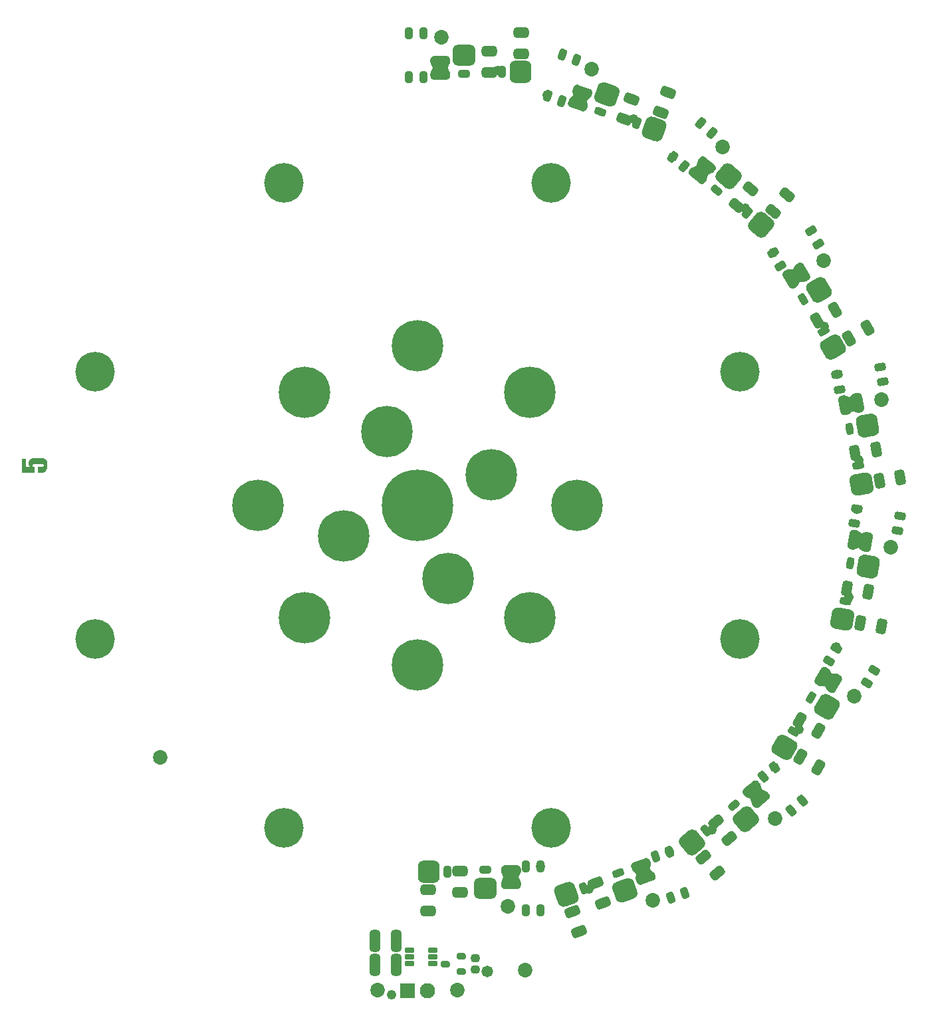
<source format=gts>
G04 Layer_Color=8388736*
%FSTAX25Y25*%
%MOIN*%
G70*
G01*
G75*
G04:AMPARAMS|DCode=17|XSize=20mil|YSize=50mil|CornerRadius=5mil|HoleSize=0mil|Usage=FLASHONLY|Rotation=70.000|XOffset=0mil|YOffset=0mil|HoleType=Round|Shape=RoundedRectangle|*
%AMROUNDEDRECTD17*
21,1,0.02000,0.04000,0,0,70.0*
21,1,0.01000,0.05000,0,0,70.0*
1,1,0.01000,0.02050,-0.00214*
1,1,0.01000,0.01708,-0.01154*
1,1,0.01000,-0.02050,0.00214*
1,1,0.01000,-0.01708,0.01154*
%
%ADD17ROUNDEDRECTD17*%
G04:AMPARAMS|DCode=18|XSize=20mil|YSize=50mil|CornerRadius=5mil|HoleSize=0mil|Usage=FLASHONLY|Rotation=90.000|XOffset=0mil|YOffset=0mil|HoleType=Round|Shape=RoundedRectangle|*
%AMROUNDEDRECTD18*
21,1,0.02000,0.04000,0,0,90.0*
21,1,0.01000,0.05000,0,0,90.0*
1,1,0.01000,0.02000,0.00500*
1,1,0.01000,0.02000,-0.00500*
1,1,0.01000,-0.02000,-0.00500*
1,1,0.01000,-0.02000,0.00500*
%
%ADD18ROUNDEDRECTD18*%
G04:AMPARAMS|DCode=19|XSize=20mil|YSize=50mil|CornerRadius=5mil|HoleSize=0mil|Usage=FLASHONLY|Rotation=50.000|XOffset=0mil|YOffset=0mil|HoleType=Round|Shape=RoundedRectangle|*
%AMROUNDEDRECTD19*
21,1,0.02000,0.04000,0,0,50.0*
21,1,0.01000,0.05000,0,0,50.0*
1,1,0.01000,0.01853,-0.00903*
1,1,0.01000,0.01211,-0.01669*
1,1,0.01000,-0.01853,0.00903*
1,1,0.01000,-0.01211,0.01669*
%
%ADD19ROUNDEDRECTD19*%
G04:AMPARAMS|DCode=20|XSize=20mil|YSize=50mil|CornerRadius=5mil|HoleSize=0mil|Usage=FLASHONLY|Rotation=30.000|XOffset=0mil|YOffset=0mil|HoleType=Round|Shape=RoundedRectangle|*
%AMROUNDEDRECTD20*
21,1,0.02000,0.04000,0,0,30.0*
21,1,0.01000,0.05000,0,0,30.0*
1,1,0.01000,0.01433,-0.01482*
1,1,0.01000,0.00567,-0.01982*
1,1,0.01000,-0.01433,0.01482*
1,1,0.01000,-0.00567,0.01982*
%
%ADD20ROUNDEDRECTD20*%
G04:AMPARAMS|DCode=21|XSize=20mil|YSize=50mil|CornerRadius=5mil|HoleSize=0mil|Usage=FLASHONLY|Rotation=350.000|XOffset=0mil|YOffset=0mil|HoleType=Round|Shape=RoundedRectangle|*
%AMROUNDEDRECTD21*
21,1,0.02000,0.04000,0,0,350.0*
21,1,0.01000,0.05000,0,0,350.0*
1,1,0.01000,0.00145,-0.02056*
1,1,0.01000,-0.00840,-0.01883*
1,1,0.01000,-0.00145,0.02056*
1,1,0.01000,0.00840,0.01883*
%
%ADD21ROUNDEDRECTD21*%
G04:AMPARAMS|DCode=22|XSize=20mil|YSize=50mil|CornerRadius=5mil|HoleSize=0mil|Usage=FLASHONLY|Rotation=10.000|XOffset=0mil|YOffset=0mil|HoleType=Round|Shape=RoundedRectangle|*
%AMROUNDEDRECTD22*
21,1,0.02000,0.04000,0,0,10.0*
21,1,0.01000,0.05000,0,0,10.0*
1,1,0.01000,0.00840,-0.01883*
1,1,0.01000,-0.00145,-0.02056*
1,1,0.01000,-0.00840,0.01883*
1,1,0.01000,0.00145,0.02056*
%
%ADD22ROUNDEDRECTD22*%
G04:AMPARAMS|DCode=73|XSize=20mil|YSize=50mil|CornerRadius=5mil|HoleSize=0mil|Usage=FLASHONLY|Rotation=310.000|XOffset=0mil|YOffset=0mil|HoleType=Round|Shape=RoundedRectangle|*
%AMROUNDEDRECTD73*
21,1,0.02000,0.04000,0,0,310.0*
21,1,0.01000,0.05000,0,0,310.0*
1,1,0.01000,-0.01211,-0.01669*
1,1,0.01000,-0.01853,-0.00903*
1,1,0.01000,0.01211,0.01669*
1,1,0.01000,0.01853,0.00903*
%
%ADD73ROUNDEDRECTD73*%
G04:AMPARAMS|DCode=74|XSize=20mil|YSize=50mil|CornerRadius=5mil|HoleSize=0mil|Usage=FLASHONLY|Rotation=290.000|XOffset=0mil|YOffset=0mil|HoleType=Round|Shape=RoundedRectangle|*
%AMROUNDEDRECTD74*
21,1,0.02000,0.04000,0,0,290.0*
21,1,0.01000,0.05000,0,0,290.0*
1,1,0.01000,-0.01708,-0.01154*
1,1,0.01000,-0.02050,-0.00214*
1,1,0.01000,0.01708,0.01154*
1,1,0.01000,0.02050,0.00214*
%
%ADD74ROUNDEDRECTD74*%
G04:AMPARAMS|DCode=75|XSize=20mil|YSize=50mil|CornerRadius=5mil|HoleSize=0mil|Usage=FLASHONLY|Rotation=330.000|XOffset=0mil|YOffset=0mil|HoleType=Round|Shape=RoundedRectangle|*
%AMROUNDEDRECTD75*
21,1,0.02000,0.04000,0,0,330.0*
21,1,0.01000,0.05000,0,0,330.0*
1,1,0.01000,-0.00567,-0.01982*
1,1,0.01000,-0.01433,-0.01482*
1,1,0.01000,0.00567,0.01982*
1,1,0.01000,0.01433,0.01482*
%
%ADD75ROUNDEDRECTD75*%
G04:AMPARAMS|DCode=99|XSize=76.9mil|YSize=51.31mil|CornerRadius=14.83mil|HoleSize=0mil|Usage=FLASHONLY|Rotation=200.000|XOffset=0mil|YOffset=0mil|HoleType=Round|Shape=RoundedRectangle|*
%AMROUNDEDRECTD99*
21,1,0.07690,0.02165,0,0,200.0*
21,1,0.04724,0.05131,0,0,200.0*
1,1,0.02965,-0.02590,0.00210*
1,1,0.02965,0.01849,0.01825*
1,1,0.02965,0.02590,-0.00210*
1,1,0.02965,-0.01849,-0.01825*
%
%ADD99ROUNDEDRECTD99*%
G04:AMPARAMS|DCode=100|XSize=38mil|YSize=58mil|CornerRadius=11.5mil|HoleSize=0mil|Usage=FLASHONLY|Rotation=20.000|XOffset=0mil|YOffset=0mil|HoleType=Round|Shape=RoundedRectangle|*
%AMROUNDEDRECTD100*
21,1,0.03800,0.03500,0,0,20.0*
21,1,0.01500,0.05800,0,0,20.0*
1,1,0.02300,0.01303,-0.01388*
1,1,0.02300,-0.00106,-0.01901*
1,1,0.02300,-0.01303,0.01388*
1,1,0.02300,0.00106,0.01901*
%
%ADD100ROUNDEDRECTD100*%
G04:AMPARAMS|DCode=101|XSize=108mil|YSize=113.12mil|CornerRadius=29mil|HoleSize=0mil|Usage=FLASHONLY|Rotation=20.000|XOffset=0mil|YOffset=0mil|HoleType=Round|Shape=RoundedRectangle|*
%AMROUNDEDRECTD101*
21,1,0.10800,0.05512,0,0,20.0*
21,1,0.05000,0.11312,0,0,20.0*
1,1,0.05800,0.03292,-0.01735*
1,1,0.05800,-0.01407,-0.03445*
1,1,0.05800,-0.03292,0.01735*
1,1,0.05800,0.01407,0.03445*
%
%ADD101ROUNDEDRECTD101*%
G04:AMPARAMS|DCode=102|XSize=38mil|YSize=58mil|CornerRadius=11.5mil|HoleSize=0mil|Usage=FLASHONLY|Rotation=110.000|XOffset=0mil|YOffset=0mil|HoleType=Round|Shape=RoundedRectangle|*
%AMROUNDEDRECTD102*
21,1,0.03800,0.03500,0,0,110.0*
21,1,0.01500,0.05800,0,0,110.0*
1,1,0.02300,0.01388,0.01303*
1,1,0.02300,0.01901,-0.00106*
1,1,0.02300,-0.01388,-0.01303*
1,1,0.02300,-0.01901,0.00106*
%
%ADD102ROUNDEDRECTD102*%
G04:AMPARAMS|DCode=103|XSize=108mil|YSize=113.12mil|CornerRadius=29mil|HoleSize=0mil|Usage=FLASHONLY|Rotation=110.000|XOffset=0mil|YOffset=0mil|HoleType=Round|Shape=RoundedRectangle|*
%AMROUNDEDRECTD103*
21,1,0.10800,0.05512,0,0,110.0*
21,1,0.05000,0.11312,0,0,110.0*
1,1,0.05800,0.01735,0.03292*
1,1,0.05800,0.03445,-0.01407*
1,1,0.05800,-0.01735,-0.03292*
1,1,0.05800,-0.03445,0.01407*
%
%ADD103ROUNDEDRECTD103*%
G04:AMPARAMS|DCode=104|XSize=57.21mil|YSize=39.5mil|CornerRadius=11.87mil|HoleSize=0mil|Usage=FLASHONLY|Rotation=110.000|XOffset=0mil|YOffset=0mil|HoleType=Round|Shape=RoundedRectangle|*
%AMROUNDEDRECTD104*
21,1,0.05721,0.01575,0,0,110.0*
21,1,0.03347,0.03950,0,0,110.0*
1,1,0.02375,0.00168,0.01842*
1,1,0.02375,0.01312,-0.01303*
1,1,0.02375,-0.00168,-0.01842*
1,1,0.02375,-0.01312,0.01303*
%
%ADD104ROUNDEDRECTD104*%
G04:AMPARAMS|DCode=105|XSize=28mil|YSize=58mil|CornerRadius=9mil|HoleSize=0mil|Usage=FLASHONLY|Rotation=250.000|XOffset=0mil|YOffset=0mil|HoleType=Round|Shape=RoundedRectangle|*
%AMROUNDEDRECTD105*
21,1,0.02800,0.04000,0,0,250.0*
21,1,0.01000,0.05800,0,0,250.0*
1,1,0.01800,-0.02050,0.00214*
1,1,0.01800,-0.01708,0.01154*
1,1,0.01800,0.02050,-0.00214*
1,1,0.01800,0.01708,-0.01154*
%
%ADD105ROUNDEDRECTD105*%
G04:AMPARAMS|DCode=106|XSize=28mil|YSize=58mil|CornerRadius=9mil|HoleSize=0mil|Usage=FLASHONLY|Rotation=270.000|XOffset=0mil|YOffset=0mil|HoleType=Round|Shape=RoundedRectangle|*
%AMROUNDEDRECTD106*
21,1,0.02800,0.04000,0,0,270.0*
21,1,0.01000,0.05800,0,0,270.0*
1,1,0.01800,-0.02000,-0.00500*
1,1,0.01800,-0.02000,0.00500*
1,1,0.01800,0.02000,0.00500*
1,1,0.01800,0.02000,-0.00500*
%
%ADD106ROUNDEDRECTD106*%
G04:AMPARAMS|DCode=107|XSize=28mil|YSize=58mil|CornerRadius=9mil|HoleSize=0mil|Usage=FLASHONLY|Rotation=230.000|XOffset=0mil|YOffset=0mil|HoleType=Round|Shape=RoundedRectangle|*
%AMROUNDEDRECTD107*
21,1,0.02800,0.04000,0,0,230.0*
21,1,0.01000,0.05800,0,0,230.0*
1,1,0.01800,-0.01853,0.00903*
1,1,0.01800,-0.01211,0.01669*
1,1,0.01800,0.01853,-0.00903*
1,1,0.01800,0.01211,-0.01669*
%
%ADD107ROUNDEDRECTD107*%
G04:AMPARAMS|DCode=108|XSize=28mil|YSize=58mil|CornerRadius=9mil|HoleSize=0mil|Usage=FLASHONLY|Rotation=210.000|XOffset=0mil|YOffset=0mil|HoleType=Round|Shape=RoundedRectangle|*
%AMROUNDEDRECTD108*
21,1,0.02800,0.04000,0,0,210.0*
21,1,0.01000,0.05800,0,0,210.0*
1,1,0.01800,-0.01433,0.01482*
1,1,0.01800,-0.00567,0.01982*
1,1,0.01800,0.01433,-0.01482*
1,1,0.01800,0.00567,-0.01982*
%
%ADD108ROUNDEDRECTD108*%
G04:AMPARAMS|DCode=109|XSize=28mil|YSize=58mil|CornerRadius=9mil|HoleSize=0mil|Usage=FLASHONLY|Rotation=170.000|XOffset=0mil|YOffset=0mil|HoleType=Round|Shape=RoundedRectangle|*
%AMROUNDEDRECTD109*
21,1,0.02800,0.04000,0,0,170.0*
21,1,0.01000,0.05800,0,0,170.0*
1,1,0.01800,-0.00145,0.02056*
1,1,0.01800,0.00840,0.01883*
1,1,0.01800,0.00145,-0.02056*
1,1,0.01800,-0.00840,-0.01883*
%
%ADD109ROUNDEDRECTD109*%
G04:AMPARAMS|DCode=110|XSize=28mil|YSize=58mil|CornerRadius=9mil|HoleSize=0mil|Usage=FLASHONLY|Rotation=190.000|XOffset=0mil|YOffset=0mil|HoleType=Round|Shape=RoundedRectangle|*
%AMROUNDEDRECTD110*
21,1,0.02800,0.04000,0,0,190.0*
21,1,0.01000,0.05800,0,0,190.0*
1,1,0.01800,-0.00840,0.01883*
1,1,0.01800,0.00145,0.02056*
1,1,0.01800,0.00840,-0.01883*
1,1,0.01800,-0.00145,-0.02056*
%
%ADD110ROUNDEDRECTD110*%
G04:AMPARAMS|DCode=111|XSize=57.21mil|YSize=39.5mil|CornerRadius=11.87mil|HoleSize=0mil|Usage=FLASHONLY|Rotation=90.000|XOffset=0mil|YOffset=0mil|HoleType=Round|Shape=RoundedRectangle|*
%AMROUNDEDRECTD111*
21,1,0.05721,0.01575,0,0,90.0*
21,1,0.03347,0.03950,0,0,90.0*
1,1,0.02375,0.00787,0.01673*
1,1,0.02375,0.00787,-0.01673*
1,1,0.02375,-0.00787,-0.01673*
1,1,0.02375,-0.00787,0.01673*
%
%ADD111ROUNDEDRECTD111*%
G04:AMPARAMS|DCode=112|XSize=57.21mil|YSize=39.5mil|CornerRadius=11.87mil|HoleSize=0mil|Usage=FLASHONLY|Rotation=130.000|XOffset=0mil|YOffset=0mil|HoleType=Round|Shape=RoundedRectangle|*
%AMROUNDEDRECTD112*
21,1,0.05721,0.01575,0,0,130.0*
21,1,0.03347,0.03950,0,0,130.0*
1,1,0.02375,-0.00472,0.01788*
1,1,0.02375,0.01679,-0.00776*
1,1,0.02375,0.00472,-0.01788*
1,1,0.02375,-0.01679,0.00776*
%
%ADD112ROUNDEDRECTD112*%
G04:AMPARAMS|DCode=113|XSize=57.21mil|YSize=39.5mil|CornerRadius=11.87mil|HoleSize=0mil|Usage=FLASHONLY|Rotation=150.000|XOffset=0mil|YOffset=0mil|HoleType=Round|Shape=RoundedRectangle|*
%AMROUNDEDRECTD113*
21,1,0.05721,0.01575,0,0,150.0*
21,1,0.03347,0.03950,0,0,150.0*
1,1,0.02375,-0.01055,0.01519*
1,1,0.02375,0.01843,-0.00155*
1,1,0.02375,0.01055,-0.01519*
1,1,0.02375,-0.01843,0.00155*
%
%ADD113ROUNDEDRECTD113*%
G04:AMPARAMS|DCode=114|XSize=57.21mil|YSize=39.5mil|CornerRadius=11.87mil|HoleSize=0mil|Usage=FLASHONLY|Rotation=170.000|XOffset=0mil|YOffset=0mil|HoleType=Round|Shape=RoundedRectangle|*
%AMROUNDEDRECTD114*
21,1,0.05721,0.01575,0,0,170.0*
21,1,0.03347,0.03950,0,0,170.0*
1,1,0.02375,-0.01511,0.01066*
1,1,0.02375,0.01784,0.00485*
1,1,0.02375,0.01511,-0.01066*
1,1,0.02375,-0.01784,-0.00485*
%
%ADD114ROUNDEDRECTD114*%
G04:AMPARAMS|DCode=115|XSize=57.21mil|YSize=39.5mil|CornerRadius=11.87mil|HoleSize=0mil|Usage=FLASHONLY|Rotation=190.000|XOffset=0mil|YOffset=0mil|HoleType=Round|Shape=RoundedRectangle|*
%AMROUNDEDRECTD115*
21,1,0.05721,0.01575,0,0,190.0*
21,1,0.03347,0.03950,0,0,190.0*
1,1,0.02375,-0.01784,0.00485*
1,1,0.02375,0.01511,0.01066*
1,1,0.02375,0.01784,-0.00485*
1,1,0.02375,-0.01511,-0.01066*
%
%ADD115ROUNDEDRECTD115*%
G04:AMPARAMS|DCode=116|XSize=57.21mil|YSize=39.5mil|CornerRadius=11.87mil|HoleSize=0mil|Usage=FLASHONLY|Rotation=230.000|XOffset=0mil|YOffset=0mil|HoleType=Round|Shape=RoundedRectangle|*
%AMROUNDEDRECTD116*
21,1,0.05721,0.01575,0,0,230.0*
21,1,0.03347,0.03950,0,0,230.0*
1,1,0.02375,-0.01679,-0.00776*
1,1,0.02375,0.00472,0.01788*
1,1,0.02375,0.01679,0.00776*
1,1,0.02375,-0.00472,-0.01788*
%
%ADD116ROUNDEDRECTD116*%
G04:AMPARAMS|DCode=117|XSize=57.21mil|YSize=39.5mil|CornerRadius=11.87mil|HoleSize=0mil|Usage=FLASHONLY|Rotation=250.000|XOffset=0mil|YOffset=0mil|HoleType=Round|Shape=RoundedRectangle|*
%AMROUNDEDRECTD117*
21,1,0.05721,0.01575,0,0,250.0*
21,1,0.03347,0.03950,0,0,250.0*
1,1,0.02375,-0.01312,-0.01303*
1,1,0.02375,-0.00168,0.01842*
1,1,0.02375,0.01312,0.01303*
1,1,0.02375,0.00168,-0.01842*
%
%ADD117ROUNDEDRECTD117*%
G04:AMPARAMS|DCode=118|XSize=43.43mil|YSize=39.5mil|CornerRadius=11.87mil|HoleSize=0mil|Usage=FLASHONLY|Rotation=0.000|XOffset=0mil|YOffset=0mil|HoleType=Round|Shape=RoundedRectangle|*
%AMROUNDEDRECTD118*
21,1,0.04343,0.01575,0,0,0.0*
21,1,0.01968,0.03950,0,0,0.0*
1,1,0.02375,0.00984,-0.00787*
1,1,0.02375,-0.00984,-0.00787*
1,1,0.02375,-0.00984,0.00787*
1,1,0.02375,0.00984,0.00787*
%
%ADD118ROUNDEDRECTD118*%
G04:AMPARAMS|DCode=119|XSize=31.62mil|YSize=45.4mil|CornerRadius=9.9mil|HoleSize=0mil|Usage=FLASHONLY|Rotation=270.000|XOffset=0mil|YOffset=0mil|HoleType=Round|Shape=RoundedRectangle|*
%AMROUNDEDRECTD119*
21,1,0.03162,0.02559,0,0,270.0*
21,1,0.01181,0.04540,0,0,270.0*
1,1,0.01981,-0.01279,-0.00591*
1,1,0.01981,-0.01279,0.00591*
1,1,0.01981,0.01279,0.00591*
1,1,0.01981,0.01279,-0.00591*
%
%ADD119ROUNDEDRECTD119*%
G04:AMPARAMS|DCode=120|XSize=38mil|YSize=58mil|CornerRadius=11.5mil|HoleSize=0mil|Usage=FLASHONLY|Rotation=90.000|XOffset=0mil|YOffset=0mil|HoleType=Round|Shape=RoundedRectangle|*
%AMROUNDEDRECTD120*
21,1,0.03800,0.03500,0,0,90.0*
21,1,0.01500,0.05800,0,0,90.0*
1,1,0.02300,0.01750,0.00750*
1,1,0.02300,0.01750,-0.00750*
1,1,0.02300,-0.01750,-0.00750*
1,1,0.02300,-0.01750,0.00750*
%
%ADD120ROUNDEDRECTD120*%
G04:AMPARAMS|DCode=121|XSize=108mil|YSize=113.12mil|CornerRadius=29mil|HoleSize=0mil|Usage=FLASHONLY|Rotation=90.000|XOffset=0mil|YOffset=0mil|HoleType=Round|Shape=RoundedRectangle|*
%AMROUNDEDRECTD121*
21,1,0.10800,0.05512,0,0,90.0*
21,1,0.05000,0.11312,0,0,90.0*
1,1,0.05800,0.02756,0.02500*
1,1,0.05800,0.02756,-0.02500*
1,1,0.05800,-0.02756,-0.02500*
1,1,0.05800,-0.02756,0.02500*
%
%ADD121ROUNDEDRECTD121*%
G04:AMPARAMS|DCode=122|XSize=38mil|YSize=58mil|CornerRadius=11.5mil|HoleSize=0mil|Usage=FLASHONLY|Rotation=130.000|XOffset=0mil|YOffset=0mil|HoleType=Round|Shape=RoundedRectangle|*
%AMROUNDEDRECTD122*
21,1,0.03800,0.03500,0,0,130.0*
21,1,0.01500,0.05800,0,0,130.0*
1,1,0.02300,0.00859,0.01699*
1,1,0.02300,0.01823,0.00550*
1,1,0.02300,-0.00859,-0.01699*
1,1,0.02300,-0.01823,-0.00550*
%
%ADD122ROUNDEDRECTD122*%
G04:AMPARAMS|DCode=123|XSize=108mil|YSize=113.12mil|CornerRadius=29mil|HoleSize=0mil|Usage=FLASHONLY|Rotation=130.000|XOffset=0mil|YOffset=0mil|HoleType=Round|Shape=RoundedRectangle|*
%AMROUNDEDRECTD123*
21,1,0.10800,0.05512,0,0,130.0*
21,1,0.05000,0.11312,0,0,130.0*
1,1,0.05800,0.00504,0.03687*
1,1,0.05800,0.03718,-0.00144*
1,1,0.05800,-0.00504,-0.03687*
1,1,0.05800,-0.03718,0.00144*
%
%ADD123ROUNDEDRECTD123*%
G04:AMPARAMS|DCode=124|XSize=38mil|YSize=58mil|CornerRadius=11.5mil|HoleSize=0mil|Usage=FLASHONLY|Rotation=150.000|XOffset=0mil|YOffset=0mil|HoleType=Round|Shape=RoundedRectangle|*
%AMROUNDEDRECTD124*
21,1,0.03800,0.03500,0,0,150.0*
21,1,0.01500,0.05800,0,0,150.0*
1,1,0.02300,0.00226,0.01891*
1,1,0.02300,0.01524,0.01141*
1,1,0.02300,-0.00226,-0.01891*
1,1,0.02300,-0.01524,-0.01141*
%
%ADD124ROUNDEDRECTD124*%
G04:AMPARAMS|DCode=125|XSize=108mil|YSize=113.12mil|CornerRadius=29mil|HoleSize=0mil|Usage=FLASHONLY|Rotation=150.000|XOffset=0mil|YOffset=0mil|HoleType=Round|Shape=RoundedRectangle|*
%AMROUNDEDRECTD125*
21,1,0.10800,0.05512,0,0,150.0*
21,1,0.05000,0.11312,0,0,150.0*
1,1,0.05800,-0.00787,0.03637*
1,1,0.05800,0.03543,0.01137*
1,1,0.05800,0.00787,-0.03637*
1,1,0.05800,-0.03543,-0.01137*
%
%ADD125ROUNDEDRECTD125*%
G04:AMPARAMS|DCode=126|XSize=38mil|YSize=58mil|CornerRadius=11.5mil|HoleSize=0mil|Usage=FLASHONLY|Rotation=170.000|XOffset=0mil|YOffset=0mil|HoleType=Round|Shape=RoundedRectangle|*
%AMROUNDEDRECTD126*
21,1,0.03800,0.03500,0,0,170.0*
21,1,0.01500,0.05800,0,0,170.0*
1,1,0.02300,-0.00435,0.01854*
1,1,0.02300,0.01043,0.01593*
1,1,0.02300,0.00435,-0.01854*
1,1,0.02300,-0.01043,-0.01593*
%
%ADD126ROUNDEDRECTD126*%
G04:AMPARAMS|DCode=127|XSize=108mil|YSize=113.12mil|CornerRadius=29mil|HoleSize=0mil|Usage=FLASHONLY|Rotation=170.000|XOffset=0mil|YOffset=0mil|HoleType=Round|Shape=RoundedRectangle|*
%AMROUNDEDRECTD127*
21,1,0.10800,0.05512,0,0,170.0*
21,1,0.05000,0.11312,0,0,170.0*
1,1,0.05800,-0.01984,0.03148*
1,1,0.05800,0.02941,0.02280*
1,1,0.05800,0.01984,-0.03148*
1,1,0.05800,-0.02941,-0.02280*
%
%ADD127ROUNDEDRECTD127*%
G04:AMPARAMS|DCode=128|XSize=38mil|YSize=58mil|CornerRadius=11.5mil|HoleSize=0mil|Usage=FLASHONLY|Rotation=190.000|XOffset=0mil|YOffset=0mil|HoleType=Round|Shape=RoundedRectangle|*
%AMROUNDEDRECTD128*
21,1,0.03800,0.03500,0,0,190.0*
21,1,0.01500,0.05800,0,0,190.0*
1,1,0.02300,-0.01043,0.01593*
1,1,0.02300,0.00435,0.01854*
1,1,0.02300,0.01043,-0.01593*
1,1,0.02300,-0.00435,-0.01854*
%
%ADD128ROUNDEDRECTD128*%
G04:AMPARAMS|DCode=129|XSize=108mil|YSize=113.12mil|CornerRadius=29mil|HoleSize=0mil|Usage=FLASHONLY|Rotation=190.000|XOffset=0mil|YOffset=0mil|HoleType=Round|Shape=RoundedRectangle|*
%AMROUNDEDRECTD129*
21,1,0.10800,0.05512,0,0,190.0*
21,1,0.05000,0.11312,0,0,190.0*
1,1,0.05800,-0.02941,0.02280*
1,1,0.05800,0.01984,0.03148*
1,1,0.05800,0.02941,-0.02280*
1,1,0.05800,-0.01984,-0.03148*
%
%ADD129ROUNDEDRECTD129*%
G04:AMPARAMS|DCode=130|XSize=38mil|YSize=58mil|CornerRadius=11.5mil|HoleSize=0mil|Usage=FLASHONLY|Rotation=230.000|XOffset=0mil|YOffset=0mil|HoleType=Round|Shape=RoundedRectangle|*
%AMROUNDEDRECTD130*
21,1,0.03800,0.03500,0,0,230.0*
21,1,0.01500,0.05800,0,0,230.0*
1,1,0.02300,-0.01823,0.00550*
1,1,0.02300,-0.00859,0.01699*
1,1,0.02300,0.01823,-0.00550*
1,1,0.02300,0.00859,-0.01699*
%
%ADD130ROUNDEDRECTD130*%
G04:AMPARAMS|DCode=131|XSize=108mil|YSize=113.12mil|CornerRadius=29mil|HoleSize=0mil|Usage=FLASHONLY|Rotation=230.000|XOffset=0mil|YOffset=0mil|HoleType=Round|Shape=RoundedRectangle|*
%AMROUNDEDRECTD131*
21,1,0.10800,0.05512,0,0,230.0*
21,1,0.05000,0.11312,0,0,230.0*
1,1,0.05800,-0.03718,-0.00144*
1,1,0.05800,-0.00504,0.03687*
1,1,0.05800,0.03718,0.00144*
1,1,0.05800,0.00504,-0.03687*
%
%ADD131ROUNDEDRECTD131*%
G04:AMPARAMS|DCode=132|XSize=38mil|YSize=58mil|CornerRadius=11.5mil|HoleSize=0mil|Usage=FLASHONLY|Rotation=250.000|XOffset=0mil|YOffset=0mil|HoleType=Round|Shape=RoundedRectangle|*
%AMROUNDEDRECTD132*
21,1,0.03800,0.03500,0,0,250.0*
21,1,0.01500,0.05800,0,0,250.0*
1,1,0.02300,-0.01901,-0.00106*
1,1,0.02300,-0.01388,0.01303*
1,1,0.02300,0.01901,0.00106*
1,1,0.02300,0.01388,-0.01303*
%
%ADD132ROUNDEDRECTD132*%
G04:AMPARAMS|DCode=133|XSize=108mil|YSize=113.12mil|CornerRadius=29mil|HoleSize=0mil|Usage=FLASHONLY|Rotation=250.000|XOffset=0mil|YOffset=0mil|HoleType=Round|Shape=RoundedRectangle|*
%AMROUNDEDRECTD133*
21,1,0.10800,0.05512,0,0,250.0*
21,1,0.05000,0.11312,0,0,250.0*
1,1,0.05800,-0.03445,-0.01407*
1,1,0.05800,-0.01735,0.03292*
1,1,0.05800,0.03445,0.01407*
1,1,0.05800,0.01735,-0.03292*
%
%ADD133ROUNDEDRECTD133*%
G04:AMPARAMS|DCode=134|XSize=38mil|YSize=58mil|CornerRadius=11.5mil|HoleSize=0mil|Usage=FLASHONLY|Rotation=0.000|XOffset=0mil|YOffset=0mil|HoleType=Round|Shape=RoundedRectangle|*
%AMROUNDEDRECTD134*
21,1,0.03800,0.03500,0,0,0.0*
21,1,0.01500,0.05800,0,0,0.0*
1,1,0.02300,0.00750,-0.01750*
1,1,0.02300,-0.00750,-0.01750*
1,1,0.02300,-0.00750,0.01750*
1,1,0.02300,0.00750,0.01750*
%
%ADD134ROUNDEDRECTD134*%
G04:AMPARAMS|DCode=135|XSize=108mil|YSize=113.12mil|CornerRadius=29mil|HoleSize=0mil|Usage=FLASHONLY|Rotation=0.000|XOffset=0mil|YOffset=0mil|HoleType=Round|Shape=RoundedRectangle|*
%AMROUNDEDRECTD135*
21,1,0.10800,0.05512,0,0,0.0*
21,1,0.05000,0.11312,0,0,0.0*
1,1,0.05800,0.02500,-0.02756*
1,1,0.05800,-0.02500,-0.02756*
1,1,0.05800,-0.02500,0.02756*
1,1,0.05800,0.02500,0.02756*
%
%ADD135ROUNDEDRECTD135*%
G04:AMPARAMS|DCode=136|XSize=38mil|YSize=58mil|CornerRadius=11.5mil|HoleSize=0mil|Usage=FLASHONLY|Rotation=40.000|XOffset=0mil|YOffset=0mil|HoleType=Round|Shape=RoundedRectangle|*
%AMROUNDEDRECTD136*
21,1,0.03800,0.03500,0,0,40.0*
21,1,0.01500,0.05800,0,0,40.0*
1,1,0.02300,0.01699,-0.00859*
1,1,0.02300,0.00550,-0.01823*
1,1,0.02300,-0.01699,0.00859*
1,1,0.02300,-0.00550,0.01823*
%
%ADD136ROUNDEDRECTD136*%
G04:AMPARAMS|DCode=137|XSize=108mil|YSize=113.12mil|CornerRadius=29mil|HoleSize=0mil|Usage=FLASHONLY|Rotation=40.000|XOffset=0mil|YOffset=0mil|HoleType=Round|Shape=RoundedRectangle|*
%AMROUNDEDRECTD137*
21,1,0.10800,0.05512,0,0,40.0*
21,1,0.05000,0.11312,0,0,40.0*
1,1,0.05800,0.03687,-0.00504*
1,1,0.05800,-0.00144,-0.03718*
1,1,0.05800,-0.03687,0.00504*
1,1,0.05800,0.00144,0.03718*
%
%ADD137ROUNDEDRECTD137*%
G04:AMPARAMS|DCode=138|XSize=38mil|YSize=58mil|CornerRadius=11.5mil|HoleSize=0mil|Usage=FLASHONLY|Rotation=60.000|XOffset=0mil|YOffset=0mil|HoleType=Round|Shape=RoundedRectangle|*
%AMROUNDEDRECTD138*
21,1,0.03800,0.03500,0,0,60.0*
21,1,0.01500,0.05800,0,0,60.0*
1,1,0.02300,0.01891,-0.00226*
1,1,0.02300,0.01141,-0.01524*
1,1,0.02300,-0.01891,0.00226*
1,1,0.02300,-0.01141,0.01524*
%
%ADD138ROUNDEDRECTD138*%
G04:AMPARAMS|DCode=139|XSize=108mil|YSize=113.12mil|CornerRadius=29mil|HoleSize=0mil|Usage=FLASHONLY|Rotation=60.000|XOffset=0mil|YOffset=0mil|HoleType=Round|Shape=RoundedRectangle|*
%AMROUNDEDRECTD139*
21,1,0.10800,0.05512,0,0,60.0*
21,1,0.05000,0.11312,0,0,60.0*
1,1,0.05800,0.03637,0.00787*
1,1,0.05800,0.01137,-0.03543*
1,1,0.05800,-0.03637,-0.00787*
1,1,0.05800,-0.01137,0.03543*
%
%ADD139ROUNDEDRECTD139*%
G04:AMPARAMS|DCode=140|XSize=38mil|YSize=58mil|CornerRadius=11.5mil|HoleSize=0mil|Usage=FLASHONLY|Rotation=80.000|XOffset=0mil|YOffset=0mil|HoleType=Round|Shape=RoundedRectangle|*
%AMROUNDEDRECTD140*
21,1,0.03800,0.03500,0,0,80.0*
21,1,0.01500,0.05800,0,0,80.0*
1,1,0.02300,0.01854,0.00435*
1,1,0.02300,0.01593,-0.01043*
1,1,0.02300,-0.01854,-0.00435*
1,1,0.02300,-0.01593,0.01043*
%
%ADD140ROUNDEDRECTD140*%
G04:AMPARAMS|DCode=141|XSize=108mil|YSize=113.12mil|CornerRadius=29mil|HoleSize=0mil|Usage=FLASHONLY|Rotation=80.000|XOffset=0mil|YOffset=0mil|HoleType=Round|Shape=RoundedRectangle|*
%AMROUNDEDRECTD141*
21,1,0.10800,0.05512,0,0,80.0*
21,1,0.05000,0.11312,0,0,80.0*
1,1,0.05800,0.03148,0.01984*
1,1,0.05800,0.02280,-0.02941*
1,1,0.05800,-0.03148,-0.01984*
1,1,0.05800,-0.02280,0.02941*
%
%ADD141ROUNDEDRECTD141*%
G04:AMPARAMS|DCode=142|XSize=38mil|YSize=58mil|CornerRadius=11.5mil|HoleSize=0mil|Usage=FLASHONLY|Rotation=100.000|XOffset=0mil|YOffset=0mil|HoleType=Round|Shape=RoundedRectangle|*
%AMROUNDEDRECTD142*
21,1,0.03800,0.03500,0,0,100.0*
21,1,0.01500,0.05800,0,0,100.0*
1,1,0.02300,0.01593,0.01043*
1,1,0.02300,0.01854,-0.00435*
1,1,0.02300,-0.01593,-0.01043*
1,1,0.02300,-0.01854,0.00435*
%
%ADD142ROUNDEDRECTD142*%
G04:AMPARAMS|DCode=143|XSize=108mil|YSize=113.12mil|CornerRadius=29mil|HoleSize=0mil|Usage=FLASHONLY|Rotation=100.000|XOffset=0mil|YOffset=0mil|HoleType=Round|Shape=RoundedRectangle|*
%AMROUNDEDRECTD143*
21,1,0.10800,0.05512,0,0,100.0*
21,1,0.05000,0.11312,0,0,100.0*
1,1,0.05800,0.02280,0.02941*
1,1,0.05800,0.03148,-0.01984*
1,1,0.05800,-0.02280,-0.02941*
1,1,0.05800,-0.03148,0.01984*
%
%ADD143ROUNDEDRECTD143*%
G04:AMPARAMS|DCode=144|XSize=38mil|YSize=58mil|CornerRadius=11.5mil|HoleSize=0mil|Usage=FLASHONLY|Rotation=140.000|XOffset=0mil|YOffset=0mil|HoleType=Round|Shape=RoundedRectangle|*
%AMROUNDEDRECTD144*
21,1,0.03800,0.03500,0,0,140.0*
21,1,0.01500,0.05800,0,0,140.0*
1,1,0.02300,0.00550,0.01823*
1,1,0.02300,0.01699,0.00859*
1,1,0.02300,-0.00550,-0.01823*
1,1,0.02300,-0.01699,-0.00859*
%
%ADD144ROUNDEDRECTD144*%
G04:AMPARAMS|DCode=145|XSize=108mil|YSize=113.12mil|CornerRadius=29mil|HoleSize=0mil|Usage=FLASHONLY|Rotation=140.000|XOffset=0mil|YOffset=0mil|HoleType=Round|Shape=RoundedRectangle|*
%AMROUNDEDRECTD145*
21,1,0.10800,0.05512,0,0,140.0*
21,1,0.05000,0.11312,0,0,140.0*
1,1,0.05800,-0.00144,0.03718*
1,1,0.05800,0.03687,0.00504*
1,1,0.05800,0.00144,-0.03718*
1,1,0.05800,-0.03687,-0.00504*
%
%ADD145ROUNDEDRECTD145*%
G04:AMPARAMS|DCode=146|XSize=38mil|YSize=58mil|CornerRadius=11.5mil|HoleSize=0mil|Usage=FLASHONLY|Rotation=160.000|XOffset=0mil|YOffset=0mil|HoleType=Round|Shape=RoundedRectangle|*
%AMROUNDEDRECTD146*
21,1,0.03800,0.03500,0,0,160.0*
21,1,0.01500,0.05800,0,0,160.0*
1,1,0.02300,-0.00106,0.01901*
1,1,0.02300,0.01303,0.01388*
1,1,0.02300,0.00106,-0.01901*
1,1,0.02300,-0.01303,-0.01388*
%
%ADD146ROUNDEDRECTD146*%
G04:AMPARAMS|DCode=147|XSize=108mil|YSize=113.12mil|CornerRadius=29mil|HoleSize=0mil|Usage=FLASHONLY|Rotation=160.000|XOffset=0mil|YOffset=0mil|HoleType=Round|Shape=RoundedRectangle|*
%AMROUNDEDRECTD147*
21,1,0.10800,0.05512,0,0,160.0*
21,1,0.05000,0.11312,0,0,160.0*
1,1,0.05800,-0.01407,0.03445*
1,1,0.05800,0.03292,0.01735*
1,1,0.05800,0.01407,-0.03445*
1,1,0.05800,-0.03292,-0.01735*
%
%ADD147ROUNDEDRECTD147*%
G04:AMPARAMS|DCode=148|XSize=76.9mil|YSize=51.31mil|CornerRadius=14.83mil|HoleSize=0mil|Usage=FLASHONLY|Rotation=0.000|XOffset=0mil|YOffset=0mil|HoleType=Round|Shape=RoundedRectangle|*
%AMROUNDEDRECTD148*
21,1,0.07690,0.02165,0,0,0.0*
21,1,0.04724,0.05131,0,0,0.0*
1,1,0.02965,0.02362,-0.01083*
1,1,0.02965,-0.02362,-0.01083*
1,1,0.02965,-0.02362,0.01083*
1,1,0.02965,0.02362,0.01083*
%
%ADD148ROUNDEDRECTD148*%
G04:AMPARAMS|DCode=149|XSize=76.9mil|YSize=51.31mil|CornerRadius=14.83mil|HoleSize=0mil|Usage=FLASHONLY|Rotation=40.000|XOffset=0mil|YOffset=0mil|HoleType=Round|Shape=RoundedRectangle|*
%AMROUNDEDRECTD149*
21,1,0.07690,0.02165,0,0,40.0*
21,1,0.04724,0.05131,0,0,40.0*
1,1,0.02965,0.02506,0.00689*
1,1,0.02965,-0.01114,-0.02348*
1,1,0.02965,-0.02506,-0.00689*
1,1,0.02965,0.01114,0.02348*
%
%ADD149ROUNDEDRECTD149*%
G04:AMPARAMS|DCode=150|XSize=76.9mil|YSize=51.31mil|CornerRadius=14.83mil|HoleSize=0mil|Usage=FLASHONLY|Rotation=60.000|XOffset=0mil|YOffset=0mil|HoleType=Round|Shape=RoundedRectangle|*
%AMROUNDEDRECTD150*
21,1,0.07690,0.02165,0,0,60.0*
21,1,0.04724,0.05131,0,0,60.0*
1,1,0.02965,0.02119,0.01504*
1,1,0.02965,-0.00244,-0.02587*
1,1,0.02965,-0.02119,-0.01504*
1,1,0.02965,0.00244,0.02587*
%
%ADD150ROUNDEDRECTD150*%
G04:AMPARAMS|DCode=151|XSize=76.9mil|YSize=51.31mil|CornerRadius=14.83mil|HoleSize=0mil|Usage=FLASHONLY|Rotation=80.000|XOffset=0mil|YOffset=0mil|HoleType=Round|Shape=RoundedRectangle|*
%AMROUNDEDRECTD151*
21,1,0.07690,0.02165,0,0,80.0*
21,1,0.04724,0.05131,0,0,80.0*
1,1,0.02965,0.01476,0.02138*
1,1,0.02965,0.00656,-0.02514*
1,1,0.02965,-0.01476,-0.02138*
1,1,0.02965,-0.00656,0.02514*
%
%ADD151ROUNDEDRECTD151*%
G04:AMPARAMS|DCode=152|XSize=76.9mil|YSize=51.31mil|CornerRadius=14.83mil|HoleSize=0mil|Usage=FLASHONLY|Rotation=100.000|XOffset=0mil|YOffset=0mil|HoleType=Round|Shape=RoundedRectangle|*
%AMROUNDEDRECTD152*
21,1,0.07690,0.02165,0,0,100.0*
21,1,0.04724,0.05131,0,0,100.0*
1,1,0.02965,0.00656,0.02514*
1,1,0.02965,0.01476,-0.02138*
1,1,0.02965,-0.00656,-0.02514*
1,1,0.02965,-0.01476,0.02138*
%
%ADD152ROUNDEDRECTD152*%
G04:AMPARAMS|DCode=153|XSize=76.9mil|YSize=51.31mil|CornerRadius=14.83mil|HoleSize=0mil|Usage=FLASHONLY|Rotation=140.000|XOffset=0mil|YOffset=0mil|HoleType=Round|Shape=RoundedRectangle|*
%AMROUNDEDRECTD153*
21,1,0.07690,0.02165,0,0,140.0*
21,1,0.04724,0.05131,0,0,140.0*
1,1,0.02965,-0.01114,0.02348*
1,1,0.02965,0.02506,-0.00689*
1,1,0.02965,0.01114,-0.02348*
1,1,0.02965,-0.02506,0.00689*
%
%ADD153ROUNDEDRECTD153*%
G04:AMPARAMS|DCode=154|XSize=76.9mil|YSize=51.31mil|CornerRadius=14.83mil|HoleSize=0mil|Usage=FLASHONLY|Rotation=160.000|XOffset=0mil|YOffset=0mil|HoleType=Round|Shape=RoundedRectangle|*
%AMROUNDEDRECTD154*
21,1,0.07690,0.02165,0,0,160.0*
21,1,0.04724,0.05131,0,0,160.0*
1,1,0.02965,-0.01849,0.01825*
1,1,0.02965,0.02590,0.00210*
1,1,0.02965,0.01849,-0.01825*
1,1,0.02965,-0.02590,-0.00210*
%
%ADD154ROUNDEDRECTD154*%
G04:AMPARAMS|DCode=155|XSize=57.21mil|YSize=39.5mil|CornerRadius=11.87mil|HoleSize=0mil|Usage=FLASHONLY|Rotation=210.000|XOffset=0mil|YOffset=0mil|HoleType=Round|Shape=RoundedRectangle|*
%AMROUNDEDRECTD155*
21,1,0.05721,0.01575,0,0,210.0*
21,1,0.03347,0.03950,0,0,210.0*
1,1,0.02375,-0.01843,-0.00155*
1,1,0.02375,0.01055,0.01519*
1,1,0.02375,0.01843,0.00155*
1,1,0.02375,-0.01055,-0.01519*
%
%ADD155ROUNDEDRECTD155*%
G04:AMPARAMS|DCode=156|XSize=38mil|YSize=58mil|CornerRadius=11.5mil|HoleSize=0mil|Usage=FLASHONLY|Rotation=210.000|XOffset=0mil|YOffset=0mil|HoleType=Round|Shape=RoundedRectangle|*
%AMROUNDEDRECTD156*
21,1,0.03800,0.03500,0,0,210.0*
21,1,0.01500,0.05800,0,0,210.0*
1,1,0.02300,-0.01524,0.01141*
1,1,0.02300,-0.00226,0.01891*
1,1,0.02300,0.01524,-0.01141*
1,1,0.02300,0.00226,-0.01891*
%
%ADD156ROUNDEDRECTD156*%
G04:AMPARAMS|DCode=157|XSize=108mil|YSize=113.12mil|CornerRadius=29mil|HoleSize=0mil|Usage=FLASHONLY|Rotation=210.000|XOffset=0mil|YOffset=0mil|HoleType=Round|Shape=RoundedRectangle|*
%AMROUNDEDRECTD157*
21,1,0.10800,0.05512,0,0,210.0*
21,1,0.05000,0.11312,0,0,210.0*
1,1,0.05800,-0.03543,0.01137*
1,1,0.05800,0.00787,0.03637*
1,1,0.05800,0.03543,-0.01137*
1,1,0.05800,-0.00787,-0.03637*
%
%ADD157ROUNDEDRECTD157*%
G04:AMPARAMS|DCode=158|XSize=38mil|YSize=58mil|CornerRadius=11.5mil|HoleSize=0mil|Usage=FLASHONLY|Rotation=120.000|XOffset=0mil|YOffset=0mil|HoleType=Round|Shape=RoundedRectangle|*
%AMROUNDEDRECTD158*
21,1,0.03800,0.03500,0,0,120.0*
21,1,0.01500,0.05800,0,0,120.0*
1,1,0.02300,0.01141,0.01524*
1,1,0.02300,0.01891,0.00226*
1,1,0.02300,-0.01141,-0.01524*
1,1,0.02300,-0.01891,-0.00226*
%
%ADD158ROUNDEDRECTD158*%
G04:AMPARAMS|DCode=159|XSize=108mil|YSize=113.12mil|CornerRadius=29mil|HoleSize=0mil|Usage=FLASHONLY|Rotation=120.000|XOffset=0mil|YOffset=0mil|HoleType=Round|Shape=RoundedRectangle|*
%AMROUNDEDRECTD159*
21,1,0.10800,0.05512,0,0,120.0*
21,1,0.05000,0.11312,0,0,120.0*
1,1,0.05800,0.01137,0.03543*
1,1,0.05800,0.03637,-0.00787*
1,1,0.05800,-0.01137,-0.03543*
1,1,0.05800,-0.03637,0.00787*
%
%ADD159ROUNDEDRECTD159*%
G04:AMPARAMS|DCode=160|XSize=76.9mil|YSize=51.31mil|CornerRadius=14.83mil|HoleSize=0mil|Usage=FLASHONLY|Rotation=120.000|XOffset=0mil|YOffset=0mil|HoleType=Round|Shape=RoundedRectangle|*
%AMROUNDEDRECTD160*
21,1,0.07690,0.02165,0,0,120.0*
21,1,0.04724,0.05131,0,0,120.0*
1,1,0.02965,-0.00244,0.02587*
1,1,0.02965,0.02119,-0.01504*
1,1,0.02965,0.00244,-0.02587*
1,1,0.02965,-0.02119,0.01504*
%
%ADD160ROUNDEDRECTD160*%
G04:AMPARAMS|DCode=161|XSize=28mil|YSize=58mil|CornerRadius=9mil|HoleSize=0mil|Usage=FLASHONLY|Rotation=130.000|XOffset=0mil|YOffset=0mil|HoleType=Round|Shape=RoundedRectangle|*
%AMROUNDEDRECTD161*
21,1,0.02800,0.04000,0,0,130.0*
21,1,0.01000,0.05800,0,0,130.0*
1,1,0.01800,0.01211,0.01669*
1,1,0.01800,0.01853,0.00903*
1,1,0.01800,-0.01211,-0.01669*
1,1,0.01800,-0.01853,-0.00903*
%
%ADD161ROUNDEDRECTD161*%
G04:AMPARAMS|DCode=162|XSize=28mil|YSize=58mil|CornerRadius=9mil|HoleSize=0mil|Usage=FLASHONLY|Rotation=110.000|XOffset=0mil|YOffset=0mil|HoleType=Round|Shape=RoundedRectangle|*
%AMROUNDEDRECTD162*
21,1,0.02800,0.04000,0,0,110.0*
21,1,0.01000,0.05800,0,0,110.0*
1,1,0.01800,0.01708,0.01154*
1,1,0.01800,0.02050,0.00214*
1,1,0.01800,-0.01708,-0.01154*
1,1,0.01800,-0.02050,-0.00214*
%
%ADD162ROUNDEDRECTD162*%
G04:AMPARAMS|DCode=163|XSize=28mil|YSize=58mil|CornerRadius=9mil|HoleSize=0mil|Usage=FLASHONLY|Rotation=150.000|XOffset=0mil|YOffset=0mil|HoleType=Round|Shape=RoundedRectangle|*
%AMROUNDEDRECTD163*
21,1,0.02800,0.04000,0,0,150.0*
21,1,0.01000,0.05800,0,0,150.0*
1,1,0.01800,0.00567,0.01982*
1,1,0.01800,0.01433,0.01482*
1,1,0.01800,-0.00567,-0.01982*
1,1,0.01800,-0.01433,-0.01482*
%
%ADD163ROUNDEDRECTD163*%
G04:AMPARAMS|DCode=164|XSize=110.36mil|YSize=51.31mil|CornerRadius=14.83mil|HoleSize=0mil|Usage=FLASHONLY|Rotation=270.000|XOffset=0mil|YOffset=0mil|HoleType=Round|Shape=RoundedRectangle|*
%AMROUNDEDRECTD164*
21,1,0.11036,0.02165,0,0,270.0*
21,1,0.08071,0.05131,0,0,270.0*
1,1,0.02965,-0.01083,-0.04035*
1,1,0.02965,-0.01083,0.04035*
1,1,0.02965,0.01083,0.04035*
1,1,0.02965,0.01083,-0.04035*
%
%ADD164ROUNDEDRECTD164*%
G04:AMPARAMS|DCode=165|XSize=47.37mil|YSize=29.65mil|CornerRadius=9.41mil|HoleSize=0mil|Usage=FLASHONLY|Rotation=180.000|XOffset=0mil|YOffset=0mil|HoleType=Round|Shape=RoundedRectangle|*
%AMROUNDEDRECTD165*
21,1,0.04737,0.01083,0,0,180.0*
21,1,0.02854,0.02965,0,0,180.0*
1,1,0.01883,-0.01427,0.00541*
1,1,0.01883,0.01427,0.00541*
1,1,0.01883,0.01427,-0.00541*
1,1,0.01883,-0.01427,-0.00541*
%
%ADD165ROUNDEDRECTD165*%
%ADD166C,0.25800*%
%ADD167C,0.07300*%
%ADD168R,0.07690X0.07690*%
%ADD169C,0.07690*%
%ADD170O,0.19800X0.19900*%
%ADD171C,0.35800*%
%ADD172C,0.05800*%
%ADD173C,0.04800*%
G36*
X0439074Y0694151D02*
X0439194Y069414D01*
X0439313Y0694122D01*
X0439432Y0694096D01*
X0439548Y0694064D01*
X0439662Y0694024D01*
X0439774Y0693978D01*
X0439883Y0693925D01*
X0439988Y0693866D01*
X0440089Y06938D01*
X0440187Y0693729D01*
X044028Y0693651D01*
X0440368Y0693568D01*
X044045Y069348D01*
X0440528Y0693388D01*
X0440599Y069329D01*
X0440665Y0693189D01*
X0440725Y0693083D01*
X0440777Y0692975D01*
X0440824Y0692863D01*
X0440863Y0692749D01*
X0440896Y0692632D01*
X0440921Y0692514D01*
X0440939Y0692395D01*
X044095Y0692274D01*
X0440954Y0692154D01*
Y0691169D01*
X0440952Y0691129D01*
X0440952Y0691088D01*
X0440951Y0691068D01*
X044095Y0691048D01*
X0440946Y0691008D01*
X0440943Y0690967D01*
X0440941Y0690948D01*
X0440939Y0690928D01*
X0440933Y0690888D01*
X0440928Y0690847D01*
X0440924Y0690828D01*
X0440921Y0690809D01*
X0440912Y0690769D01*
X0440905Y0690729D01*
X04409Y069071D01*
X0440896Y069069D01*
X0440884Y0690651D01*
X0440874Y0690612D01*
X0440868Y0690593D01*
X0440863Y0690574D01*
X044085Y0690535D01*
X0440837Y0690497D01*
X044083Y0690478D01*
X0440824Y069046D01*
X0440808Y0690422D01*
X0440793Y0690384D01*
X0440785Y0690366D01*
X0440777Y0690348D01*
X044076Y0690311D01*
X0440742Y0690274D01*
X0439758Y0688306D01*
X043974Y0688272D01*
X0439722Y0688236D01*
X0439711Y0688218D01*
X0439702Y0688201D01*
X0439711Y0688184D01*
X0439722Y0688165D01*
X043974Y068813D01*
X0439758Y0688096D01*
X0440742Y0686127D01*
X044076Y068609D01*
X0440777Y0686054D01*
X0440785Y0686035D01*
X0440793Y0686018D01*
X0440808Y0685979D01*
X0440824Y0685942D01*
X044083Y0685923D01*
X0440837Y0685905D01*
X044085Y0685866D01*
X0440863Y0685828D01*
X0440868Y0685808D01*
X0440874Y068579D01*
X0440884Y0685751D01*
X0440896Y0685711D01*
X04409Y0685692D01*
X0440905Y0685673D01*
X0440912Y0685633D01*
X0440921Y0685593D01*
X0440924Y0685574D01*
X0440928Y0685554D01*
X0440933Y0685514D01*
X0440939Y0685473D01*
X0440941Y0685454D01*
X0440943Y0685434D01*
X0440946Y0685394D01*
X044095Y0685353D01*
X0440951Y0685333D01*
X0440952Y0685314D01*
X0440952Y0685273D01*
X0440954Y0685232D01*
Y0684248D01*
X044095Y0684127D01*
X0440939Y0684007D01*
X0440921Y0683887D01*
X0440896Y0683769D01*
X0440863Y0683653D01*
X0440824Y0683538D01*
X0440777Y0683427D01*
X0440725Y0683318D01*
X0440665Y0683213D01*
X0440599Y0683111D01*
X0440528Y0683014D01*
X044045Y0682921D01*
X0440368Y0682833D01*
X044028Y068275D01*
X0440187Y0682673D01*
X0440089Y0682601D01*
X0439988Y0682536D01*
X0439883Y0682476D01*
X0439774Y0682423D01*
X0439662Y0682377D01*
X0439548Y0682338D01*
X0439432Y0682305D01*
X0439313Y068228D01*
X0439194Y0682262D01*
X0439074Y0682251D01*
X0438953Y0682247D01*
X0433047D01*
X0432926Y0682251D01*
X0432806Y0682262D01*
X0432687Y068228D01*
X0432568Y0682305D01*
X0432452Y0682338D01*
X0432338Y0682377D01*
X0432226Y0682423D01*
X0432117Y0682476D01*
X0432012Y0682536D01*
X0431911Y0682601D01*
X0431813Y0682673D01*
X043172Y068275D01*
X0431632Y0682833D01*
X043155Y0682921D01*
X0431472Y0683014D01*
X04314Y0683111D01*
X0431335Y0683213D01*
X0431276Y0683318D01*
X0431223Y0683427D01*
X0431176Y0683538D01*
X0431137Y0683653D01*
X0431105Y0683769D01*
X0431079Y0683887D01*
X0431061Y0684007D01*
X043105Y0684127D01*
X0431046Y0684248D01*
Y0685232D01*
X0431048Y0685273D01*
X0431048Y0685314D01*
X0431049Y0685333D01*
X043105Y0685353D01*
X0431054Y0685394D01*
X0431057Y0685434D01*
X0431059Y0685454D01*
X0431061Y0685473D01*
X0431067Y0685514D01*
X0431072Y0685554D01*
X0431076Y0685574D01*
X0431079Y0685593D01*
X0431088Y0685633D01*
X0431095Y0685673D01*
X04311Y0685692D01*
X0431105Y0685711D01*
X0431115Y0685751D01*
X0431126Y068579D01*
X0431132Y0685808D01*
X0431137Y0685828D01*
X043115Y0685866D01*
X0431163Y0685905D01*
X043117Y0685923D01*
X0431176Y0685942D01*
X0431192Y0685979D01*
X0431207Y0686017D01*
X0431215Y0686035D01*
X0431223Y0686054D01*
X0431241Y068609D01*
X0431258Y0686127D01*
X0432242Y0688096D01*
X043226Y068813D01*
X0432278Y0688165D01*
X0432289Y0688184D01*
X0432298Y0688201D01*
X0432289Y0688218D01*
X0432278Y0688236D01*
X043226Y0688272D01*
X0432242Y0688306D01*
X0431258Y0690274D01*
X0431241Y0690311D01*
X0431223Y0690348D01*
X0431215Y0690366D01*
X0431207Y0690384D01*
X0431192Y0690422D01*
X0431176Y069046D01*
X043117Y0690478D01*
X0431163Y0690497D01*
X043115Y0690535D01*
X0431137Y0690574D01*
X0431132Y0690593D01*
X0431126Y0690612D01*
X0431115Y0690651D01*
X0431105Y069069D01*
X04311Y069071D01*
X0431095Y0690729D01*
X0431088Y0690769D01*
X0431079Y0690809D01*
X0431076Y0690828D01*
X0431072Y0690847D01*
X0431067Y0690888D01*
X0431061Y0690928D01*
X0431059Y0690948D01*
X0431057Y0690967D01*
X0431054Y0691008D01*
X043105Y0691048D01*
X0431049Y0691068D01*
X0431048Y0691088D01*
X0431048Y0691128D01*
X0431046Y0691169D01*
Y0692154D01*
X043105Y0692274D01*
X0431061Y0692395D01*
X0431079Y0692514D01*
X0431105Y0692632D01*
X0431137Y0692749D01*
X0431176Y0692863D01*
X0431223Y0692975D01*
X0431276Y0693083D01*
X0431335Y0693189D01*
X04314Y069329D01*
X0431472Y0693388D01*
X043155Y069348D01*
X0431632Y0693568D01*
X043172Y0693651D01*
X0431813Y0693729D01*
X0431911Y06938D01*
X0432012Y0693866D01*
X0432117Y0693925D01*
X0432226Y0693978D01*
X0432338Y0694024D01*
X0432452Y0694064D01*
X0432568Y0694096D01*
X0432687Y0694122D01*
X0432806Y069414D01*
X0432926Y0694151D01*
X0433047Y0694154D01*
X0438953D01*
X0439074Y0694151D01*
D02*
G37*
G36*
X050481Y0679804D02*
X0504931Y0679794D01*
X0504964Y067979D01*
X0505051Y0679778D01*
X050511Y0679766D01*
X0505169Y0679754D01*
X0505286Y0679723D01*
X0505362Y0679698D01*
X0505401Y0679685D01*
X0505401Y0679685D01*
X051095Y0677666D01*
X0511005Y0677643D01*
X0511062Y0677621D01*
X0511172Y0677569D01*
X0511172D01*
X0511172Y0677569D01*
X0511181Y0677564D01*
X0511278Y0677511D01*
X051138Y0677447D01*
X0511436Y0677407D01*
X0511478Y0677377D01*
X0511511Y0677351D01*
X0511572Y0677301D01*
X0511661Y0677219D01*
X0511661Y0677219D01*
D01*
X0511664Y0677216D01*
X0511745Y0677132D01*
X0511824Y067704D01*
X0511897Y0676944D01*
X0511964Y0676843D01*
X0512025Y0676739D01*
X0512079Y0676631D01*
D01*
X0512079Y0676631D01*
X0512086Y0676615D01*
X0512127Y067652D01*
X0512168Y0676406D01*
Y0676406D01*
X0512168Y0676406D01*
X0512172Y0676392D01*
X0512202Y067629D01*
X0512229Y0676172D01*
X0512249Y0676053D01*
X0512261Y0675933D01*
X0512266Y0675812D01*
X0512264Y0675695D01*
X0512264Y0675691D01*
X0512263Y0675673D01*
X0512255Y0675571D01*
X0512238Y0675451D01*
X0512215Y0675332D01*
X0512184Y0675216D01*
X0512146Y0675101D01*
D01*
X0512146Y0675101D01*
X0512146Y0675101D01*
X0511809Y0674176D01*
X0511794Y0674138D01*
X051178Y06741D01*
X0511772Y0674082D01*
X0511764Y0674064D01*
X0511747Y0674027D01*
X051173Y067399D01*
X0511722Y0673972D01*
X0511713Y0673954D01*
X0511693Y0673918D01*
X0511675Y0673882D01*
X0511664Y0673866D01*
X0511655Y0673848D01*
X0511633Y0673814D01*
X0511612Y0673779D01*
X0511601Y0673763D01*
X0511591Y0673746D01*
X0511567Y0673712D01*
X0511544Y0673679D01*
X0511532Y0673664D01*
X051152Y0673648D01*
X0511495Y0673616D01*
X051147Y0673584D01*
X0511457Y0673569D01*
X0511444Y0673554D01*
X0511417Y0673524D01*
X051139Y0673493D01*
X0511376Y0673479D01*
X0511363Y0673465D01*
X0511334Y0673436D01*
X0511305Y0673407D01*
X0509706Y0671894D01*
X0509677Y0671868D01*
X0509648Y0671841D01*
X0509632Y0671828D01*
X0509617Y0671815D01*
X050962Y0671795D01*
X0509624Y0671775D01*
X0509629Y0671736D01*
X0509635Y0671697D01*
X0509886Y066951D01*
X050989Y0669469D01*
X0509894Y0669429D01*
X0509895Y0669409D01*
X0509896Y066939D01*
X0509897Y0669349D01*
X0509899Y0669308D01*
X0509899Y0669289D01*
X0509899Y0669269D01*
X0509898Y0669228D01*
X0509897Y0669187D01*
X0509896Y0669168D01*
X0509895Y0669148D01*
X0509891Y0669108D01*
X0509888Y0669067D01*
X0509885Y0669047D01*
X0509883Y0669028D01*
X0509877Y0668987D01*
X0509871Y0668947D01*
X0509867Y0668928D01*
X0509864Y0668908D01*
X0509856Y0668869D01*
X0509847Y0668829D01*
X0509842Y066881D01*
X0509838Y066879D01*
X0509827Y0668751D01*
X0509817Y0668712D01*
X050981Y0668693D01*
X0509805Y0668674D01*
X0509792Y0668636D01*
X0509779Y0668597D01*
X0509442Y0667672D01*
X0509397Y066756D01*
X0509346Y0667451D01*
Y0667451D01*
X0509346Y0667451D01*
X0509288Y0667344D01*
X0509224Y0667242D01*
X0509181Y0667183D01*
X0509153Y0667144D01*
X0509136Y0667122D01*
X0509077Y066705D01*
X0508995Y0666961D01*
X0508909Y0666877D01*
X0508817Y0666798D01*
X050877Y0666763D01*
X050872Y0666725D01*
X050867Y0666692D01*
X050862Y0666658D01*
X0508515Y0666597D01*
X0508409Y0666544D01*
X0508407Y0666543D01*
D01*
X0508407Y0666543D01*
X0508296Y0666495D01*
X0508243Y0666476D01*
X0508183Y0666454D01*
X0508115Y0666434D01*
X0508067Y066642D01*
X0507949Y0666393D01*
X050783Y0666374D01*
X0507709Y0666361D01*
X0507589Y0666356D01*
X0507468Y0666358D01*
X0507347Y0666367D01*
X0507228Y0666384D01*
X0507109Y0666407D01*
X0506992Y0666438D01*
X0506878Y0666476D01*
X0501328Y0668496D01*
X0501328Y0668496D01*
X050128Y0668515D01*
X0501216Y0668541D01*
X0501106Y0668592D01*
X0501Y066865D01*
X0500898Y0668715D01*
X0500898Y0668715D01*
X0500898Y0668715D01*
X0500884Y0668725D01*
X05008Y0668785D01*
X0500706Y0668861D01*
X0500617Y0668943D01*
X0500617Y0668943D01*
X0500617Y0668943D01*
X0500611Y0668949D01*
X0500533Y066903D01*
X0500454Y0669121D01*
X0500381Y0669218D01*
X0500381Y0669218D01*
D01*
X0500381Y0669218D01*
X0500314Y0669318D01*
X0500253Y0669423D01*
X0500199Y0669531D01*
X0500151Y0669642D01*
X050011Y0669755D01*
X0500076Y0669871D01*
X0500076Y0669872D01*
Y0669872D01*
X0500074Y0669881D01*
X0500049Y0669989D01*
X050003Y0670109D01*
X0500017Y0670229D01*
X0500012Y0670349D01*
Y067035D01*
Y067035D01*
X0500012Y0670358D01*
X0500014Y067047D01*
X0500023Y0670591D01*
X050004Y0670711D01*
X0500063Y0670829D01*
X0500063Y0670829D01*
Y0670829D01*
X0500094Y0670946D01*
X0500132Y0671061D01*
X0500469Y0671986D01*
X0500484Y0672023D01*
X0500498Y0672061D01*
X0500506Y067208D01*
X0500514Y0672098D01*
X0500531Y0672135D01*
X0500548Y0672172D01*
X0500557Y0672189D01*
X0500565Y0672207D01*
X0500585Y0672243D01*
X0500603Y0672279D01*
X0500614Y0672296D01*
X0500623Y0672313D01*
X0500644Y0672347D01*
X0500666Y0672383D01*
X0500677Y0672399D01*
X0500687Y0672416D01*
X0500711Y0672449D01*
X0500734Y0672482D01*
X0500746Y0672498D01*
X0500758Y0672514D01*
X0500783Y0672546D01*
X0500808Y0672578D01*
X0500821Y0672592D01*
X0500834Y0672608D01*
X0500861Y0672638D01*
X0500888Y0672669D01*
X0500902Y0672683D01*
X0500915Y0672697D01*
X0500945Y0672725D01*
X0500973Y0672754D01*
X0502571Y0674267D01*
X0502601Y0674294D01*
X050263Y067432D01*
X0502646Y0674334D01*
X0502661Y0674347D01*
X0502658Y0674366D01*
X0502654Y0674387D01*
X0502649Y0674426D01*
X0502643Y0674465D01*
X0502392Y0676651D01*
X0502388Y0676692D01*
X0502384Y0676732D01*
X0502383Y0676752D01*
X0502382Y0676772D01*
X0502381Y0676813D01*
X0502379Y0676853D01*
X0502379Y0676873D01*
X0502379Y0676893D01*
X050238Y0676933D01*
X0502381Y0676974D01*
X0502383Y0676994D01*
X0502383Y0677013D01*
X0502387Y0677054D01*
X050239Y0677095D01*
X0502393Y0677114D01*
X0502395Y0677134D01*
X0502401Y0677174D01*
X0502407Y0677214D01*
X0502411Y0677234D01*
X0502414Y0677253D01*
X0502423Y0677293D01*
X0502431Y0677333D01*
X0502436Y0677352D01*
X050244Y0677371D01*
X0502451Y067741D01*
X0502461Y067745D01*
X0502468Y0677469D01*
X0502473Y0677487D01*
X0502487Y0677526D01*
X0502499Y0677564D01*
X0502836Y0678489D01*
X0502881Y0678602D01*
X0502932Y0678711D01*
Y0678711D01*
X0502932Y0678711D01*
X050299Y0678817D01*
X0503054Y067892D01*
X0503097Y0678979D01*
X0503125Y0679018D01*
X0503142Y067904D01*
X0503201Y0679112D01*
X0503269Y0679186D01*
X0503282Y0679201D01*
X0503282Y0679201D01*
X0503282Y0679201D01*
X0503369Y0679285D01*
X0503461Y0679363D01*
X0503508Y0679399D01*
X0503558Y0679436D01*
X0503658Y0679503D01*
X0503763Y0679564D01*
X0503871Y0679619D01*
D01*
X0503871Y0679619D01*
X0503982Y0679666D01*
X0504013Y0679678D01*
X0504095Y0679707D01*
X0504163Y0679727D01*
X0504211Y0679741D01*
X0504329Y0679768D01*
X0504448Y0679788D01*
X0504543Y0679798D01*
X0504569Y0679801D01*
X0504579Y0679801D01*
X0504689Y0679806D01*
X050481Y0679804D01*
D02*
G37*
G36*
X0567743Y0643816D02*
X0567864Y0643809D01*
X0567984Y0643794D01*
X0568103Y0643772D01*
X056822Y0643742D01*
X0568335Y0643706D01*
X0568448Y0643663D01*
X0568558Y0643613D01*
X0568665Y0643556D01*
X0568768Y0643493D01*
X0568867Y0643424D01*
X0568962Y064335D01*
X0568962Y0643349D01*
X0573486Y0639553D01*
X0573576Y0639473D01*
X0573576Y0639473D01*
D01*
X0573662Y0639387D01*
X0573741Y0639296D01*
X0573816Y0639201D01*
X0573847Y0639155D01*
X0573884Y0639101D01*
X0573905Y0639067D01*
X0573946Y0638998D01*
X0573973Y0638946D01*
X0574002Y0638891D01*
X0574042Y0638802D01*
X0574051Y063878D01*
X0574094Y0638667D01*
X0574107Y0638623D01*
X0574129Y0638552D01*
X0574158Y0638434D01*
X0574179Y0638315D01*
X0574193Y0638195D01*
X05742Y0638074D01*
Y0638074D01*
D01*
Y0638074D01*
X05742Y0637954D01*
X0574192Y0637833D01*
X0574177Y0637713D01*
X0574155Y0637594D01*
X0574126Y0637477D01*
X0574089Y0637362D01*
X0574046Y0637249D01*
X0573996Y0637139D01*
X0573996Y0637139D01*
Y0637139D01*
X0573994Y0637135D01*
X057394Y0637032D01*
X0573877Y0636929D01*
X0573835Y0636868D01*
X0573808Y0636829D01*
X0573783Y0636799D01*
X0573733Y0636734D01*
X0573733Y0636734D01*
X05731Y0635981D01*
X0573073Y063595D01*
X0573046Y0635919D01*
X0573033Y0635905D01*
X057302Y063589D01*
X0572991Y0635861D01*
X0572962Y0635832D01*
X0572948Y0635819D01*
X0572934Y0635805D01*
X0572903Y0635778D01*
X0572873Y0635751D01*
X0572858Y0635738D01*
X0572843Y0635725D01*
X0572811Y06357D01*
X0572779Y0635675D01*
X0572763Y0635663D01*
X0572748Y0635651D01*
X0572714Y0635628D01*
X0572681Y0635604D01*
X0572664Y0635594D01*
X0572648Y0635583D01*
X0572613Y0635562D01*
X0572578Y063554D01*
X0572561Y0635531D01*
X0572544Y0635521D01*
X0572508Y0635502D01*
X0572472Y0635482D01*
X0572455Y0635474D01*
X0572437Y0635465D01*
X05724Y0635448D01*
X0572363Y0635431D01*
X0570344Y0634556D01*
X0570307Y0634541D01*
X0570271Y0634526D01*
X0570251Y0634519D01*
X0570233Y0634511D01*
X0570229Y0634492D01*
X0570225Y0634471D01*
X0570217Y0634433D01*
X0570209Y0634395D01*
X0569697Y0632254D01*
X0569687Y0632214D01*
X0569677Y0632175D01*
X0569671Y0632156D01*
X0569666Y0632137D01*
X0569653Y0632099D01*
X056964Y063206D01*
X0569633Y0632041D01*
X0569627Y0632023D01*
X0569612Y0631985D01*
X0569597Y0631947D01*
X0569589Y0631929D01*
X0569582Y0631911D01*
X0569564Y0631874D01*
X0569547Y0631837D01*
X0569538Y0631819D01*
X0569529Y0631802D01*
X056951Y0631766D01*
X0569491Y063173D01*
X0569481Y0631713D01*
X0569471Y0631696D01*
X0569449Y0631661D01*
X0569428Y0631627D01*
X0569417Y063161D01*
X0569406Y0631594D01*
X0569382Y0631561D01*
X0569359Y0631527D01*
X0569347Y0631512D01*
X0569335Y0631496D01*
X0569309Y0631464D01*
X0569284Y0631432D01*
X0568651Y0630679D01*
X0568651Y0630679D01*
X0568571Y0630588D01*
X0568571Y0630588D01*
D01*
X0568485Y0630503D01*
X0568441Y0630465D01*
X0568394Y0630423D01*
X0568299Y0630349D01*
X0568299Y0630349D01*
X0568299Y0630349D01*
X0568261Y0630323D01*
X0568199Y0630281D01*
X0568199Y0630281D01*
D01*
X0568095Y0630219D01*
X0567988Y0630163D01*
X0567903Y0630125D01*
X0567878Y0630114D01*
X0567878Y0630114D01*
X0567878Y0630114D01*
X0567765Y0630071D01*
X0567649Y0630035D01*
X0567586Y063002D01*
X0567532Y0630007D01*
X0567413Y0629986D01*
X0567413D01*
X0567413Y0629986D01*
X0567373Y0629981D01*
X0567293Y0629971D01*
X0567172Y0629964D01*
X0567172D01*
D01*
X0567051Y0629965D01*
X0567005Y0629968D01*
X0566931Y0629973D01*
X0566811Y0629988D01*
X0566692Y063001D01*
X0566575Y0630039D01*
X0566459Y0630076D01*
X0566459Y0630076D01*
X0566459Y0630076D01*
X0566371Y0630109D01*
X0566347Y0630119D01*
X0566347Y0630119D01*
X0566347Y0630119D01*
X0566292Y0630143D01*
X0566236Y0630169D01*
X0566236Y0630169D01*
X0566236Y0630169D01*
X0566201Y0630187D01*
X056613Y0630225D01*
X056613Y0630225D01*
X056613D01*
X0566026Y0630288D01*
X0565999Y0630307D01*
X0565927Y0630357D01*
X0565832Y0630432D01*
X0561308Y0634228D01*
X0561308Y0634228D01*
X0561218Y0634308D01*
X0561218Y0634308D01*
D01*
X0561133Y0634394D01*
X0561053Y0634485D01*
X0560979Y063458D01*
X0560957Y0634612D01*
X0560911Y063468D01*
X0560848Y0634784D01*
X0560793Y0634891D01*
X0560762Y0634959D01*
X0560743Y0635001D01*
X0560717Y0635072D01*
X0560701Y0635114D01*
X0560665Y063523D01*
X0560637Y0635347D01*
X0560615Y0635466D01*
X0560601Y0635586D01*
X0560594Y0635707D01*
Y0635707D01*
D01*
X0560595Y0635828D01*
X0560602Y0635949D01*
X0560617Y0636068D01*
X056064Y0636187D01*
X0560669Y0636305D01*
X0560705Y063642D01*
X0560722Y0636463D01*
X0560748Y0636533D01*
X0560776Y0636593D01*
X0560799Y0636643D01*
X0560828Y0636699D01*
X0560855Y063675D01*
X0560918Y0636853D01*
X0560948Y0636896D01*
X0560987Y0636952D01*
X0561042Y0637021D01*
X0561062Y0637047D01*
X0561694Y0637801D01*
X0561722Y0637831D01*
X0561748Y0637862D01*
X0561762Y0637876D01*
X0561775Y0637891D01*
X0561804Y063792D01*
X0561832Y0637949D01*
X0561847Y0637962D01*
X0561861Y0637976D01*
X0561891Y0638003D01*
X0561921Y0638031D01*
X0561937Y0638043D01*
X0561951Y0638056D01*
X0561983Y0638081D01*
X0562015Y0638107D01*
X0562031Y0638118D01*
X0562047Y063813D01*
X0562081Y0638154D01*
X0562114Y0638177D01*
X056213Y0638187D01*
X0562146Y0638199D01*
X0562182Y063822D01*
X0562216Y0638241D01*
X0562233Y0638251D01*
X056225Y0638261D01*
X0562286Y063828D01*
X0562322Y0638299D01*
X056234Y0638308D01*
X0562357Y0638317D01*
X0562395Y0638333D01*
X0562431Y0638351D01*
X0564451Y0639226D01*
X0564487Y063924D01*
X0564524Y0639256D01*
X0564544Y0639263D01*
X0564562Y063927D01*
X0564566Y0639289D01*
X0564569Y063931D01*
X0564578Y0639348D01*
X0564586Y0639387D01*
X0565097Y0641528D01*
X0565108Y0641567D01*
X0565118Y0641607D01*
X0565124Y0641625D01*
X0565129Y0641644D01*
X0565142Y0641683D01*
X0565154Y0641722D01*
X0565161Y064174D01*
X0565168Y0641759D01*
X0565183Y0641796D01*
X0565197Y0641835D01*
X0565206Y0641853D01*
X0565213Y0641871D01*
X056523Y0641907D01*
X0565247Y0641945D01*
X0565257Y0641962D01*
X0565265Y064198D01*
X0565285Y0642016D01*
X0565304Y0642052D01*
X0565314Y0642068D01*
X0565324Y0642086D01*
X0565346Y064212D01*
X0565367Y0642155D01*
X0565378Y0642171D01*
X0565389Y0642188D01*
X0565412Y064222D01*
X0565436Y0642254D01*
X0565448Y0642269D01*
X0565459Y0642285D01*
X0565485Y0642317D01*
X0565511Y0642349D01*
X0566143Y0643103D01*
X0566224Y0643193D01*
X0566309Y0643278D01*
X05664Y0643358D01*
X0566496Y0643432D01*
X0566595Y0643501D01*
X0566699Y0643563D01*
X0566806Y0643619D01*
X0566917Y0643668D01*
X056703Y064371D01*
X0567145Y0643746D01*
X0567263Y0643774D01*
X0567382Y0643796D01*
X0567502Y064381D01*
X0567622Y0643817D01*
X0567743Y0643816D01*
D02*
G37*
G36*
X0616664Y0590596D02*
X061667Y0590596D01*
X0616791Y0590583D01*
X061691Y0590562D01*
X0616955Y0590551D01*
X0617027Y0590534D01*
X0617108Y059051D01*
X0617143Y0590499D01*
X0617185Y0590484D01*
X0617256Y0590458D01*
X0617319Y059043D01*
X0617367Y0590409D01*
X0617475Y0590354D01*
X0617552Y0590309D01*
X0617579Y0590293D01*
X0617679Y0590225D01*
X0617775Y0590152D01*
X0617866Y0590072D01*
X0617952Y0589988D01*
D01*
X0617952Y0589988D01*
X0618034Y0589898D01*
X0618049Y0589879D01*
X0618109Y0589804D01*
X0618179Y0589705D01*
X0618242Y0589602D01*
X0621195Y0584488D01*
X0621195Y0584488D01*
X0621221Y0584439D01*
X0621252Y0584381D01*
X0621303Y0584271D01*
X062132Y0584228D01*
X0621347Y0584159D01*
X0621372Y0584081D01*
X0621384Y0584044D01*
X0621414Y0583927D01*
X0621422Y0583888D01*
X0621437Y0583808D01*
X0621451Y0583704D01*
X0621453Y0583688D01*
X0621461Y0583568D01*
X0621463Y0583447D01*
X0621457Y0583332D01*
X0621457Y0583326D01*
X0621443Y0583206D01*
X062144Y0583185D01*
X0621423Y0583087D01*
X0621395Y0582969D01*
X062136Y0582854D01*
X0621318Y058274D01*
X0621291Y0582678D01*
X062127Y0582629D01*
X0621242Y0582574D01*
X0621215Y0582522D01*
X0621153Y0582418D01*
X0621086Y0582318D01*
X0621012Y0582222D01*
X0620933Y058213D01*
X0620848Y0582044D01*
D01*
X0620848Y0582044D01*
X0620839Y0582035D01*
X0620759Y0581963D01*
X0620688Y0581907D01*
X0620664Y0581888D01*
X0620647Y0581876D01*
X0620566Y0581818D01*
X0620463Y0581754D01*
X0620462Y0581754D01*
X061961Y0581262D01*
X0619575Y0581243D01*
X0619539Y0581223D01*
X0619521Y0581214D01*
X0619504Y0581205D01*
X0619467Y0581188D01*
X061943Y058117D01*
X0619412Y0581163D01*
X0619394Y0581154D01*
X0619356Y058114D01*
X0619318Y0581124D01*
X06193Y0581117D01*
X0619282Y058111D01*
X0619243Y0581098D01*
X0619204Y0581084D01*
X0619185Y0581079D01*
X0619167Y0581073D01*
X0619127Y0581063D01*
X0619088Y0581052D01*
X0619069Y0581048D01*
X061905Y0581043D01*
X0619009Y0581035D01*
X061897Y0581027D01*
X061895Y0581024D01*
X0618931Y058102D01*
X0618891Y0581015D01*
X061885Y0581009D01*
X061883Y0581007D01*
X0618811Y0581004D01*
X0618771Y0581002D01*
X061873Y0580998D01*
X0616533Y0580866D01*
X0616494Y0580865D01*
X0616454Y0580863D01*
X0616433Y0580863D01*
X0616413Y0580862D01*
X0616403Y0580846D01*
X0616393Y0580827D01*
X0616371Y0580794D01*
X0616351Y0580761D01*
X0615138Y0578924D01*
X0615114Y0578891D01*
X0615092Y0578857D01*
X061508Y0578841D01*
X0615068Y0578825D01*
X0615043Y0578793D01*
X0615018Y0578761D01*
X0615005Y0578746D01*
X0614993Y0578731D01*
X0614966Y0578701D01*
X0614939Y057867D01*
X0614925Y0578656D01*
X0614912Y0578641D01*
X0614883Y0578613D01*
X0614854Y0578583D01*
X061484Y057857D01*
X0614826Y0578556D01*
X0614795Y057853D01*
X0614765Y0578503D01*
X0614749Y057849D01*
X0614734Y0578477D01*
X0614702Y0578452D01*
X061467Y0578427D01*
X0614654Y0578416D01*
X0614639Y0578404D01*
X0614605Y0578381D01*
X0614572Y0578357D01*
X0614555Y0578347D01*
X0614538Y0578336D01*
X0614503Y0578315D01*
X0614469Y0578294D01*
X0613616Y0577802D01*
X0613616Y0577802D01*
X061351Y0577744D01*
X061351D01*
X061351Y0577744D01*
X0613492Y0577736D01*
X06134Y0577694D01*
X0613288Y057765D01*
X0613288Y057765D01*
D01*
X0613172Y0577613D01*
X0613116Y0577598D01*
X0613056Y0577583D01*
X061301Y0577574D01*
X0612937Y057756D01*
X0612859Y0577549D01*
X0612817Y0577544D01*
X0612697Y0577535D01*
X0612576Y0577534D01*
X0612576D01*
X0612576D01*
X0612455Y057754D01*
X0612335Y0577553D01*
X0612216Y0577574D01*
X0612132Y0577594D01*
X0612098Y0577602D01*
X0611982Y0577636D01*
X0611901Y0577667D01*
X0611869Y0577678D01*
X0611758Y0577727D01*
X0611651Y0577782D01*
X0611546Y0577843D01*
X0611446Y0577911D01*
X061135Y0577985D01*
X0611283Y0578043D01*
X0611259Y0578064D01*
X0611256Y0578067D01*
X0611173Y0578148D01*
X0611092Y0578238D01*
X0611016Y0578333D01*
X0610947Y0578431D01*
X0610898Y057851D01*
X0610883Y0578534D01*
X060793Y0583648D01*
X06079Y0583706D01*
X0607873Y0583755D01*
X0607822Y0583864D01*
X0607795Y0583933D01*
X0607778Y0583977D01*
X0607766Y0584014D01*
X0607741Y0584092D01*
X0607719Y0584179D01*
X0607711Y0584209D01*
X0607688Y0584328D01*
X0607672Y0584448D01*
X0607664Y0584568D01*
X0607663Y0584689D01*
X0607668Y0584803D01*
X0607669Y058481D01*
X0607682Y058493D01*
X0607703Y0585049D01*
X0607713Y0585094D01*
X060773Y0585167D01*
X0607765Y0585282D01*
X0607807Y0585396D01*
X0607855Y0585507D01*
X060791Y0585614D01*
X0607972Y0585718D01*
X060804Y0585818D01*
X0608113Y0585914D01*
X0608192Y0586006D01*
X0608277Y0586092D01*
X0608367Y0586173D01*
X0608442Y0586233D01*
X0608461Y0586248D01*
X060856Y0586318D01*
X0608599Y0586342D01*
X0608663Y0586382D01*
X0608663Y0586382D01*
X0609515Y0586874D01*
X0609551Y0586893D01*
X0609586Y0586913D01*
X0609604Y0586922D01*
X0609621Y0586931D01*
X0609659Y0586948D01*
X0609695Y0586966D01*
X0609713Y0586973D01*
X0609731Y0586982D01*
X0609769Y0586997D01*
X0609807Y0587012D01*
X0609826Y0587019D01*
X0609844Y0587026D01*
X0609882Y0587038D01*
X0609921Y0587051D01*
X060994Y0587057D01*
X0609959Y0587063D01*
X0609999Y0587073D01*
X0610038Y0587084D01*
X0610057Y0587088D01*
X0610076Y0587093D01*
X0610116Y0587101D01*
X0610156Y0587109D01*
X0610175Y0587112D01*
X0610194Y0587116D01*
X0610235Y0587121D01*
X0610275Y0587127D01*
X0610295Y0587129D01*
X0610314Y0587132D01*
X0610355Y0587135D01*
X0610396Y0587138D01*
X0612593Y058727D01*
X0612632Y0587271D01*
X0612671Y0587273D01*
X0612692Y0587273D01*
X0612712Y0587274D01*
X0612722Y058729D01*
X0612733Y0587309D01*
X0612754Y0587341D01*
X0612775Y0587375D01*
X0613987Y0589212D01*
X0614011Y0589245D01*
X0614034Y0589279D01*
X0614045Y0589294D01*
X0614057Y0589311D01*
X0614082Y0589343D01*
X0614107Y0589375D01*
X061412Y058939D01*
X0614132Y0589405D01*
X061416Y0589435D01*
X0614186Y0589466D01*
X06142Y058948D01*
X0614213Y0589495D01*
X0614243Y0589523D01*
X0614271Y0589552D01*
X0614286Y0589566D01*
X06143Y0589579D01*
X0614331Y0589607D01*
X0614361Y0589634D01*
X0614376Y0589646D01*
X0614391Y0589659D01*
X0614423Y0589684D01*
X0614455Y0589709D01*
X0614471Y058972D01*
X0614487Y0589732D01*
X0614521Y0589755D01*
X0614554Y0589779D01*
X0614571Y0589789D01*
X0614587Y05898D01*
X0614622Y0589821D01*
X0614657Y0589842D01*
X0615509Y0590334D01*
X0615509Y0590334D01*
X0615615Y0590392D01*
X0615725Y0590442D01*
X0615769Y0590459D01*
X0615838Y0590486D01*
X0615916Y0590512D01*
X0615953Y0590523D01*
X0615983Y0590531D01*
X061607Y0590554D01*
X0616165Y0590572D01*
X0616188Y0590577D01*
X0616207Y0590579D01*
X0616308Y0590592D01*
X061642Y05906D01*
X0616429Y0590601D01*
X061655Y0590602D01*
X0616664Y0590596D01*
D02*
G37*
G36*
X0645483Y0525281D02*
X0645587Y0525277D01*
X0645707Y0525266D01*
X0645826Y0525247D01*
X0645944Y052522D01*
X0645944Y052522D01*
X0645944D01*
X0646003Y0525204D01*
X0646061Y0525187D01*
X0646061Y0525187D01*
X0646061D01*
X0646067Y0525185D01*
X0646174Y0525147D01*
X0646286Y05251D01*
X0646342Y0525072D01*
X0646394Y0525046D01*
X064647Y0525003D01*
X0646499Y0524986D01*
X06466Y052492D01*
D01*
X06466Y052492D01*
X0646697Y0524848D01*
X0646789Y052477D01*
X0646868Y0524694D01*
X0646877Y0524686D01*
X0646877Y0524686D01*
X0646877Y0524686D01*
X0646889Y0524673D01*
X0646959Y0524598D01*
X0647036Y0524504D01*
X0647053Y0524481D01*
X0647107Y0524406D01*
X0647172Y0524304D01*
X064723Y0524199D01*
X0647283Y052409D01*
X0647318Y0524002D01*
X0647328Y0523978D01*
X0647367Y0523863D01*
D01*
X0647367Y0523863D01*
X0647398Y0523747D01*
X0647423Y0523628D01*
X0647423Y0523628D01*
X0648448Y0517813D01*
X0648466Y0517693D01*
X0648476Y0517572D01*
X0648479Y0517452D01*
X0648474Y0517331D01*
X0648463Y0517211D01*
X064846Y0517192D01*
X0648444Y0517091D01*
X0648418Y0516973D01*
X0648384Y0516857D01*
X0648374Y0516827D01*
X0648344Y0516743D01*
X0648297Y0516632D01*
X0648243Y0516523D01*
X0648183Y0516419D01*
X0648143Y0516358D01*
X0648117Y0516318D01*
X0648045Y0516221D01*
X0647967Y0516128D01*
X0647883Y0516041D01*
X0647795Y0515959D01*
X0647701Y0515882D01*
X0647604Y0515811D01*
X0647539Y0515769D01*
X0647502Y0515746D01*
X0647455Y051572D01*
X0647396Y0515687D01*
X0647287Y0515635D01*
X0647175Y051559D01*
X064706Y0515551D01*
X0646944Y0515519D01*
X0646825Y0515495D01*
X0646825Y0515495D01*
X0645856Y0515324D01*
X0645816Y0515318D01*
X0645776Y0515311D01*
X0645756Y0515309D01*
X0645737Y0515306D01*
X0645696Y0515303D01*
X0645655Y0515299D01*
X0645636Y0515298D01*
X0645616Y0515296D01*
X0645576Y0515295D01*
X0645535Y0515294D01*
X0645515Y0515294D01*
X0645495Y0515293D01*
X0645455Y0515295D01*
X0645414Y0515296D01*
X0645394Y0515297D01*
X0645374Y0515298D01*
X0645333Y0515302D01*
X0645293Y0515305D01*
X0645274Y0515308D01*
X0645254Y051531D01*
X0645214Y0515316D01*
X0645174Y0515322D01*
X0645154Y0515325D01*
X0645135Y0515329D01*
X0645095Y0515337D01*
X0645055Y0515345D01*
X0645036Y051535D01*
X0645017Y0515355D01*
X0644978Y0515366D01*
X0644938Y0515376D01*
X0642829Y0516004D01*
X0642791Y0516016D01*
X0642754Y0516028D01*
X0642734Y0516035D01*
X0642715Y0516041D01*
X06427Y0516029D01*
X0642684Y0516015D01*
X0642652Y0515992D01*
X0642622Y0515967D01*
X0640854Y0514656D01*
X0640821Y0514633D01*
X0640787Y0514609D01*
X0640771Y0514598D01*
X0640755Y0514587D01*
X064072Y0514566D01*
X0640686Y0514544D01*
X0640668Y0514535D01*
X0640651Y0514524D01*
X0640615Y0514505D01*
X064058Y0514485D01*
X0640562Y0514477D01*
X0640545Y0514468D01*
X0640508Y0514451D01*
X0640471Y0514433D01*
X0640453Y0514426D01*
X0640435Y0514418D01*
X0640396Y0514403D01*
X0640359Y0514388D01*
X064034Y0514382D01*
X0640322Y0514374D01*
X0640282Y0514362D01*
X0640244Y0514349D01*
X0640225Y0514344D01*
X0640206Y0514338D01*
X0640167Y0514328D01*
X0640128Y0514317D01*
X0640108Y0514313D01*
X0640089Y0514309D01*
X0640049Y0514301D01*
X0640009Y0514293D01*
X063904Y0514122D01*
X063892Y0514105D01*
X06388Y0514094D01*
X0638679Y0514091D01*
X0638558Y0514096D01*
X0638438Y0514108D01*
X0638319Y0514127D01*
X0638201Y0514153D01*
X0638085Y0514186D01*
X063797Y0514226D01*
X0637859Y0514273D01*
X0637751Y0514327D01*
X0637646Y0514387D01*
X0637545Y0514453D01*
X0637448Y0514526D01*
X0637356Y0514604D01*
X0637268Y0514687D01*
X0637186Y0514776D01*
X0637109Y0514869D01*
X0637038Y0514967D01*
X0636973Y0515069D01*
X0636915Y0515174D01*
X0636862Y0515283D01*
X0636817Y0515395D01*
X0636778Y051551D01*
X0636747Y0515627D01*
X0636722Y0515745D01*
X0635697Y0521561D01*
X0635697Y0521561D01*
X0635694Y0521578D01*
X0635679Y052168D01*
X063567Y0521791D01*
X0635669Y0521801D01*
X0635666Y0521922D01*
Y0521922D01*
Y0521922D01*
X0635671Y0522042D01*
X0635682Y0522163D01*
X0635701Y0522282D01*
X0635728Y05224D01*
X0635747Y0522467D01*
X0635761Y0522516D01*
X0635773Y052255D01*
X0635801Y052263D01*
X0635829Y0522696D01*
X0635848Y0522742D01*
X0635902Y052285D01*
X0635962Y0522955D01*
X0635996Y0523008D01*
X0636028Y0523056D01*
X0636076Y052312D01*
X06361Y0523153D01*
X0636178Y0523245D01*
X0636262Y0523333D01*
D01*
X0636262Y0523333D01*
X063635Y0523415D01*
X0636444Y0523491D01*
X0636542Y0523562D01*
X0636643Y0523627D01*
X0636749Y0523686D01*
X0636806Y0523713D01*
X0636858Y0523738D01*
X0636904Y0523757D01*
X063697Y0523784D01*
X0637046Y0523809D01*
X0637085Y0523822D01*
X0637116Y0523831D01*
X0637201Y0523854D01*
X0637295Y0523874D01*
X063732Y0523879D01*
X0638289Y052405D01*
X0638329Y0524055D01*
X0638369Y0524062D01*
X0638389Y0524064D01*
X0638409Y0524067D01*
X0638449Y052407D01*
X063849Y0524075D01*
X0638509Y0524076D01*
X0638529Y0524077D01*
X063857Y0524078D01*
X063861Y052408D01*
X063863Y052408D01*
X063865Y052408D01*
X063869Y0524078D01*
X0638731Y0524078D01*
X0638751Y0524076D01*
X0638771Y0524076D01*
X0638812Y0524072D01*
X0638852Y0524068D01*
X0638871Y0524066D01*
X0638891Y0524064D01*
X0638931Y0524057D01*
X0638972Y0524052D01*
X0638991Y0524048D01*
X063901Y0524045D01*
X063905Y0524036D01*
X063909Y0524028D01*
X0639109Y0524023D01*
X0639128Y0524019D01*
X0639167Y0524007D01*
X0639207Y0523997D01*
X0641316Y052337D01*
X0641354Y0523357D01*
X0641391Y0523346D01*
X0641411Y0523338D01*
X064143Y0523332D01*
X0641445Y0523344D01*
X0641461Y0523358D01*
X0641493Y0523382D01*
X0641524Y0523406D01*
X0643291Y0524717D01*
X0643325Y052474D01*
X0643358Y0524764D01*
X0643374Y0524775D01*
X064339Y0524786D01*
X0643425Y0524807D01*
X064346Y0524829D01*
X0643477Y0524839D01*
X0643494Y0524849D01*
X064353Y0524868D01*
X0643565Y0524888D01*
X0643583Y0524897D01*
X06436Y0524906D01*
X0643637Y0524922D01*
X0643674Y052494D01*
X0643692Y0524948D01*
X064371Y0524956D01*
X0643749Y052497D01*
X0643786Y0524986D01*
X0643805Y0524992D01*
X0643823Y0524999D01*
X0643863Y0525011D01*
X0643901Y0525024D01*
X064392Y0525029D01*
X0643938Y0525035D01*
X0643978Y0525045D01*
X0644017Y0525056D01*
X0644037Y052506D01*
X0644056Y0525065D01*
X0644096Y0525072D01*
X0644136Y0525081D01*
X0645105Y0525251D01*
X0645173Y0525261D01*
X0645225Y0525269D01*
X0645255Y0525271D01*
X0645345Y0525279D01*
X0645455Y0525281D01*
X0645466Y0525282D01*
X0645466D01*
X0645466D01*
X0645483Y0525281D01*
D02*
G37*
G36*
X0237131Y0492561D02*
X0237626Y0492356D01*
X0238072Y0492058D01*
X0238452Y0491678D01*
X023875Y0491232D01*
X0238955Y0490737D01*
X023906Y049021D01*
Y0489942D01*
Y0488347D01*
Y0488042D01*
X0238941Y0487444D01*
X0238708Y0486881D01*
X0238369Y0486374D01*
X0237938Y0485943D01*
X0237431Y0485604D01*
X0236868Y0485371D01*
X023627Y0485252D01*
X0234153D01*
Y0488247D01*
Y0488247D01*
X0234153Y0488248D01*
X0234153Y0488248D01*
X0234154Y0488248D01*
X0236417D01*
X0236562Y0488262D01*
X023683Y0488373D01*
X0237036Y0488579D01*
X0237147Y0488847D01*
X0237161Y0488992D01*
Y0489016D01*
X0237149Y048914D01*
X0237054Y0489368D01*
X0236879Y0489543D01*
X0236651Y0489638D01*
X0236527Y048965D01*
X0232151D01*
X0232017Y0489637D01*
X0231768Y0489534D01*
X0231578Y0489344D01*
X0231475Y0489095D01*
X0231462Y0488961D01*
X0231476Y0488823D01*
X0231581Y0488568D01*
X0231777Y0488373D01*
X0232032Y0488268D01*
X023217Y0488254D01*
X0232565D01*
Y0485247D01*
X0232569Y0485242D01*
X0226352D01*
Y0492055D01*
X0228252D01*
Y0488153D01*
X0230439D01*
Y0488246D01*
X02303Y0488378D01*
X023006Y0488678D01*
X0229863Y0489007D01*
X0229713Y0489361D01*
X0229663Y0489546D01*
X0229608Y048975D01*
X0229567Y049017D01*
X0229597Y0490591D01*
X0229698Y0491001D01*
X0229782Y0491195D01*
X0229782D01*
X0229852Y0491356D01*
X0230034Y0491656D01*
X0230257Y0491927D01*
X0230515Y0492166D01*
X0230659Y0492266D01*
X0230795Y049236D01*
X0231093Y0492506D01*
X023141Y0492605D01*
X0231737Y0492655D01*
X0231903Y0492655D01*
X0236336Y0492655D01*
Y0492666D01*
X0236604D01*
X0237131Y0492561D01*
D02*
G37*
G36*
X0643191Y0456664D02*
X0643309Y0456661D01*
X0643429Y0456651D01*
X0643531Y0456636D01*
X0643549Y0456634D01*
X0644518Y0456463D01*
X0644558Y0456455D01*
X0644598Y0456447D01*
X0644617Y0456442D01*
X0644636Y0456438D01*
X0644676Y0456428D01*
X0644715Y0456418D01*
X0644734Y0456412D01*
X0644753Y0456407D01*
X0644792Y0456393D01*
X0644831Y0456381D01*
X0644849Y0456374D01*
X0644868Y0456368D01*
X0644905Y0456353D01*
X0644943Y0456338D01*
X0644961Y045633D01*
X0644979Y0456322D01*
X0645016Y0456305D01*
X0645053Y0456288D01*
X0645071Y0456279D01*
X0645089Y045627D01*
X0645124Y045625D01*
X064516Y0456231D01*
X0645177Y0456221D01*
X0645194Y0456212D01*
X0645228Y045619D01*
X0645263Y0456168D01*
X064528Y0456157D01*
X0645296Y0456147D01*
X0645329Y0456123D01*
X0645363Y0456099D01*
X064713Y0454788D01*
X0647161Y0454764D01*
X0647193Y045474D01*
X0647209Y0454726D01*
X0647224Y0454714D01*
X0647242Y045472D01*
X0647262Y0454728D01*
X0647301Y045474D01*
X0647337Y0454752D01*
X0649447Y0455379D01*
X0649486Y045539D01*
X0649525Y0455401D01*
X0649545Y0455405D01*
X0649564Y045541D01*
X0649604Y0455418D01*
X0649644Y0455427D01*
X0649663Y045543D01*
X0649682Y0455434D01*
X0649722Y045544D01*
X0649763Y0455446D01*
X0649783Y0455448D01*
X0649802Y0455451D01*
X0649842Y0455454D01*
X0649883Y0455458D01*
X0649903Y0455458D01*
X0649923Y045546D01*
X0649964Y0455461D01*
X0650004Y0455462D01*
X0650024Y0455462D01*
X0650043Y0455462D01*
X0650084Y045546D01*
X0650125Y0455459D01*
X0650145Y0455458D01*
X0650164Y0455457D01*
X0650204Y0455453D01*
X0650245Y0455449D01*
X0650265Y0455446D01*
X0650284Y0455444D01*
X0650324Y0455438D01*
X0650365Y0455432D01*
X0651334Y0455261D01*
X0651403Y0455247D01*
X0651452Y0455236D01*
X0651516Y0455219D01*
X0651569Y0455205D01*
X0651684Y0455166D01*
X0651796Y0455121D01*
X0651905Y0455068D01*
X0651905D01*
X0651905Y0455068D01*
X065201Y045501D01*
X0652112Y0454945D01*
X0652156Y0454913D01*
X065221Y0454874D01*
X0652243Y0454846D01*
X0652304Y0454797D01*
X0652392Y0454715D01*
X0652437Y0454668D01*
X0652475Y0454627D01*
X0652553Y0454535D01*
X0652626Y0454438D01*
X0652692Y0454337D01*
X0652752Y0454232D01*
X0652752Y0454232D01*
D01*
X0652806Y0454124D01*
X0652853Y0454012D01*
X0652865Y0453979D01*
X0652893Y0453899D01*
X0652912Y0453832D01*
X0652926Y0453782D01*
X0652952Y0453664D01*
X0652971Y0453545D01*
X0652983Y0453425D01*
X0652987Y0453313D01*
X0652988Y0453304D01*
Y0453304D01*
Y0453304D01*
X0652985Y0453183D01*
X0652975Y0453063D01*
X065297Y0453028D01*
X0652957Y0452943D01*
X0652957Y0452943D01*
X0651932Y0447127D01*
X0651932Y0447127D01*
Y0447127D01*
X0651907Y0447009D01*
X0651875Y0446892D01*
X0651849Y0446813D01*
X0651837Y0446778D01*
X0651837Y0446778D01*
D01*
X0651791Y0446666D01*
X0651777Y0446637D01*
X0651739Y0446557D01*
X0651681Y0446451D01*
X0651615Y0446349D01*
X0651545Y0446251D01*
X0651545Y0446251D01*
X0651545Y0446251D01*
X0651468Y0446158D01*
X0651409Y0446095D01*
X0651385Y0446069D01*
X0651385Y0446069D01*
X0651385Y0446069D01*
X0651298Y0445986D01*
X0651241Y0445937D01*
X0651206Y0445908D01*
X0651206Y0445908D01*
D01*
X0651204Y0445906D01*
X0651109Y0445836D01*
X0651008Y0445769D01*
X0651008Y0445769D01*
X0651008Y0445769D01*
X0650903Y0445709D01*
X0650829Y0445673D01*
X0650795Y0445656D01*
X0650683Y0445609D01*
X0650683Y0445609D01*
X0650683Y0445609D01*
X0650656Y0445599D01*
X0650569Y0445568D01*
X0650453Y0445535D01*
X0650335Y0445509D01*
X0650335Y0445509D01*
X0650335D01*
X065033Y0445508D01*
X0650216Y044549D01*
X0650095Y0445478D01*
X0649975Y0445474D01*
X0649975D01*
X0649975D01*
X064996Y0445474D01*
X0649854Y0445477D01*
X0649733Y0445487D01*
X0649614Y0445504D01*
X0649614D01*
X0649614Y0445504D01*
X0648644Y0445675D01*
X0648605Y0445683D01*
X0648564Y0445691D01*
X0648545Y0445696D01*
X0648526Y04457D01*
X0648487Y044571D01*
X0648447Y044572D01*
X0648428Y0445726D01*
X0648409Y0445731D01*
X0648371Y0445744D01*
X0648332Y0445757D01*
X0648314Y0445764D01*
X0648295Y044577D01*
X0648257Y0445785D01*
X0648219Y04458D01*
X0648201Y0445808D01*
X0648183Y0445816D01*
X0648146Y0445833D01*
X0648109Y044585D01*
X0648092Y0445859D01*
X0648074Y0445868D01*
X0648038Y0445888D01*
X0648002Y0445906D01*
X0647985Y0445917D01*
X0647968Y0445926D01*
X0647934Y0445948D01*
X0647899Y0445969D01*
X0647883Y0445981D01*
X0647866Y0445991D01*
X0647833Y0446015D01*
X06478Y0446038D01*
X0646032Y044735D01*
X0646001Y0447374D01*
X064597Y0447398D01*
X0645954Y0447411D01*
X0645938Y0447424D01*
X064592Y0447417D01*
X06459Y044741D01*
X0645862Y0447398D01*
X0645825Y0447386D01*
X0643716Y0446759D01*
X0643676Y0446748D01*
X0643637Y0446737D01*
X0643618Y0446733D01*
X0643599Y0446728D01*
X0643559Y044672D01*
X0643519Y0446711D01*
X06435Y0446708D01*
X064348Y0446704D01*
X064344Y0446698D01*
X06434Y0446692D01*
X064338Y044669D01*
X0643361Y0446687D01*
X064332Y0446684D01*
X0643279Y044668D01*
X064326Y0446679D01*
X064324Y0446678D01*
X0643199Y0446677D01*
X0643159Y0446676D01*
X0643139Y0446676D01*
X0643119Y0446676D01*
X0643079Y0446677D01*
X0643038Y0446678D01*
X0643018Y044668D01*
X0642998Y0446681D01*
X0642958Y0446685D01*
X0642917Y0446689D01*
X0642898Y0446691D01*
X0642878Y0446694D01*
X0642838Y04467D01*
X0642798Y0446706D01*
X0641828Y0446877D01*
X0641759Y0446891D01*
X064171Y0446902D01*
X0641623Y0446925D01*
X0641593Y0446933D01*
X0641593Y0446933D01*
D01*
X0641589Y0446935D01*
X0641479Y0446972D01*
X0641367Y0447017D01*
X0641258Y044707D01*
X0641258D01*
X0641258Y044707D01*
X0641152Y0447128D01*
X064105Y0447193D01*
X0641006Y0447225D01*
X0640952Y0447264D01*
X0640859Y0447341D01*
X0640846Y0447353D01*
X064077Y0447423D01*
X0640726Y044747D01*
X0640687Y044751D01*
X0640609Y0447603D01*
X0640537Y04477D01*
X0640471Y0447801D01*
X064041Y0447906D01*
X064041Y0447906D01*
D01*
X0640357Y0448014D01*
X064031Y0448125D01*
X0640298Y0448159D01*
X064027Y0448239D01*
X064025Y0448306D01*
X0640236Y0448355D01*
X064021Y0448474D01*
X0640191Y0448593D01*
X0640179Y0448713D01*
X0640175Y0448825D01*
X0640175Y0448834D01*
Y0448834D01*
Y0448834D01*
X0640178Y0448955D01*
X0640188Y0449075D01*
X0640193Y044911D01*
X0640205Y0449195D01*
X0640205Y0449195D01*
X0641231Y0455011D01*
X0641255Y0455129D01*
X0641287Y0455246D01*
X0641326Y045536D01*
X0641371Y0455472D01*
X0641396Y0455524D01*
X0641423Y0455581D01*
X0641482Y0455687D01*
X0641547Y0455789D01*
X0641567Y0455816D01*
X0641618Y0455887D01*
X0641695Y045598D01*
X0641771Y0456062D01*
X0641777Y0456069D01*
X0641777Y0456069D01*
D01*
X0641864Y0456152D01*
X0641879Y0456164D01*
X0641957Y045623D01*
X0642029Y0456284D01*
X0642054Y0456302D01*
X0642155Y0456369D01*
X064226Y0456429D01*
X0642332Y0456464D01*
X0642368Y0456482D01*
X0642479Y0456529D01*
X0642593Y0456569D01*
X0642709Y0456603D01*
X0642827Y0456629D01*
X0642947Y0456648D01*
X0643067Y045666D01*
X0643188Y0456664D01*
X0643188D01*
D01*
X0643191Y0456664D01*
D02*
G37*
G36*
X0628696Y03879D02*
X0628817Y0387892D01*
X0628937Y0387876D01*
X0629006Y0387862D01*
X0629056Y0387853D01*
X0629082Y0387846D01*
X0629173Y0387823D01*
X0629288Y0387786D01*
X0629383Y0387749D01*
X06294Y0387742D01*
X0629418Y0387733D01*
X062951Y0387691D01*
X0629616Y0387634D01*
X0630469Y0387141D01*
X0630503Y038712D01*
X0630538Y0387099D01*
X0630555Y0387088D01*
X0630572Y0387078D01*
X0630605Y0387054D01*
X0630639Y0387032D01*
X0630654Y038702D01*
X063067Y0387008D01*
X0630702Y0386983D01*
X0630734Y0386958D01*
X0630749Y0386945D01*
X0630765Y0386933D01*
X0630795Y0386906D01*
X0630826Y0386879D01*
X063084Y0386865D01*
X0630854Y0386852D01*
X0630883Y0386822D01*
X0630912Y0386794D01*
X0630925Y0386779D01*
X0630939Y0386765D01*
X0630966Y0386735D01*
X0630993Y0386704D01*
X0631005Y0386689D01*
X0631018Y0386674D01*
X0631043Y0386642D01*
X0631068Y038661D01*
X063108Y0386594D01*
X0631092Y0386578D01*
X0631115Y0386544D01*
X0631138Y0386511D01*
X0632351Y0384675D01*
X0632371Y0384641D01*
X0632393Y0384608D01*
X0632403Y038459D01*
X0632413Y0384573D01*
X0632433Y0384572D01*
X0632454Y0384573D01*
X0632493Y0384571D01*
X0632533Y0384569D01*
X063473Y0384437D01*
X063477Y0384434D01*
X0634811Y0384431D01*
X0634831Y0384428D01*
X063485Y0384427D01*
X063489Y038442D01*
X0634931Y0384415D01*
X063495Y0384411D01*
X063497Y0384408D01*
X0635009Y03844D01*
X0635049Y0384392D01*
X0635069Y0384387D01*
X0635088Y0384383D01*
X0635127Y0384372D01*
X0635167Y0384362D01*
X0635185Y0384356D01*
X0635204Y0384351D01*
X0635243Y0384337D01*
X0635282Y0384325D01*
X06353Y0384318D01*
X0635319Y0384311D01*
X0635356Y0384296D01*
X0635394Y0384281D01*
X0635412Y0384273D01*
X063543Y0384265D01*
X0635466Y0384247D01*
X0635504Y038423D01*
X0635521Y0384221D01*
X0635539Y0384212D01*
X0635574Y0384192D01*
X063561Y0384173D01*
X0636463Y0383681D01*
X0636565Y0383617D01*
X0636664Y0383548D01*
X0636759Y0383472D01*
X0636848Y0383391D01*
X0636933Y0383305D01*
X0637012Y0383213D01*
X0637086Y0383118D01*
X0637153Y0383017D01*
X0637215Y0382913D01*
X063727Y0382806D01*
X0637297Y0382744D01*
X0637318Y0382695D01*
X063736Y0382582D01*
X0637395Y0382466D01*
X0637423Y0382348D01*
X0637443Y0382229D01*
X0637457Y0382109D01*
X0637463Y0381988D01*
X0637462Y0381868D01*
X0637453Y0381747D01*
X0637437Y0381627D01*
X0637414Y0381508D01*
X0637384Y0381391D01*
X0637347Y0381276D01*
X0637303Y0381164D01*
X0637287Y0381129D01*
X0637252Y0381054D01*
X0637195Y0380948D01*
X0637195Y0380947D01*
X0634242Y0375833D01*
X0634179Y037573D01*
X0634109Y0375632D01*
X0634064Y0375575D01*
X0634034Y0375537D01*
X0634018Y037552D01*
X0633953Y0375448D01*
X0633866Y0375363D01*
X0633775Y0375284D01*
X063373Y037525D01*
X0633679Y037521D01*
X0633644Y0375186D01*
X0633579Y0375143D01*
X0633494Y0375092D01*
X0633475Y0375081D01*
X0633367Y0375026D01*
D01*
X0633367Y0375026D01*
X0633256Y0374977D01*
X0633227Y0374967D01*
X0633143Y0374936D01*
X0633027Y0374901D01*
X063291Y0374873D01*
X0632848Y0374863D01*
X0632791Y0374853D01*
X0632711Y0374844D01*
X063267Y0374839D01*
X063255Y0374833D01*
X063255D01*
D01*
X0632429Y0374834D01*
X0632411Y0374836D01*
X0632308Y0374843D01*
X0632189Y0374859D01*
X0632116Y0374873D01*
X063207Y0374882D01*
X063201Y0374897D01*
X0631953Y0374912D01*
X0631838Y0374949D01*
X0631725Y0374993D01*
X0631615Y0375044D01*
X0631517Y0375097D01*
X0631509Y0375101D01*
X0631509Y0375101D01*
X0630657Y0375593D01*
X0630622Y0375614D01*
X0630587Y0375635D01*
X0630571Y0375646D01*
X0630554Y0375657D01*
X063052Y037568D01*
X0630487Y0375703D01*
X0630471Y0375715D01*
X0630455Y0375726D01*
X0630423Y0375752D01*
X0630391Y0375777D01*
X0630376Y037579D01*
X0630361Y0375802D01*
X0630331Y0375829D01*
X06303Y0375856D01*
X0630286Y0375869D01*
X0630271Y0375883D01*
X0630242Y0375912D01*
X0630213Y037594D01*
X06302Y0375955D01*
X0630186Y0375969D01*
X063016Y0376D01*
X0630132Y037603D01*
X063012Y0376046D01*
X0630107Y037606D01*
X0630082Y0376093D01*
X0630057Y0376125D01*
X0630046Y0376141D01*
X0630034Y0376156D01*
X0630011Y037619D01*
X0629987Y0376223D01*
X0628775Y037806D01*
X0628754Y0378094D01*
X0628733Y0378127D01*
X0628722Y0378145D01*
X0628712Y0378162D01*
X0628692Y0378162D01*
X0628671Y0378162D01*
X0628632Y0378164D01*
X0628592Y0378165D01*
X0626396Y0378297D01*
X0626355Y0378301D01*
X0626314Y0378304D01*
X0626295Y0378306D01*
X0626275Y0378308D01*
X0626235Y0378314D01*
X0626194Y0378319D01*
X0626175Y0378323D01*
X0626156Y0378326D01*
X0626116Y0378334D01*
X0626076Y0378342D01*
X0626057Y0378347D01*
X0626038Y0378351D01*
X0625998Y0378362D01*
X0625959Y0378372D01*
X062594Y0378379D01*
X0625921Y0378384D01*
X0625882Y0378397D01*
X0625844Y037841D01*
X0625826Y0378417D01*
X0625807Y0378423D01*
X0625769Y0378439D01*
X0625731Y0378453D01*
X0625713Y0378462D01*
X0625695Y0378469D01*
X0625659Y0378487D01*
X0625622Y0378504D01*
X0625604Y0378514D01*
X0625587Y0378522D01*
X0625551Y0378542D01*
X0625515Y0378561D01*
X0624663Y0379054D01*
X0624638Y0379069D01*
X062456Y0379117D01*
X0624461Y0379187D01*
X0624423Y0379217D01*
X0624367Y0379262D01*
X0624329Y0379297D01*
X0624277Y0379343D01*
X0624194Y0379428D01*
X0624192Y037943D01*
X062418Y0379444D01*
X0624113Y0379521D01*
X0624074Y0379572D01*
X062404Y0379617D01*
X0623972Y0379717D01*
X0623911Y0379821D01*
X0623857Y0379926D01*
X0623855Y0379929D01*
D01*
X0623855Y0379929D01*
X0623807Y0380039D01*
X0623765Y0380153D01*
X062373Y0380269D01*
X0623703Y0380386D01*
X0623689Y0380464D01*
X0623682Y0380505D01*
X0623669Y0380625D01*
X0623668Y0380638D01*
X0623663Y0380746D01*
X0623664Y0380867D01*
X0623672Y0380988D01*
X0623676Y0381019D01*
X0623688Y0381107D01*
X0623702Y038118D01*
X0623711Y0381226D01*
X0623741Y0381343D01*
X0623765Y0381417D01*
X0623778Y0381458D01*
X0623822Y0381571D01*
X0623826Y0381579D01*
X0623873Y038168D01*
X062393Y0381787D01*
X062393Y0381787D01*
X0626883Y0386901D01*
X0626883Y0386901D01*
X0626937Y0386989D01*
X0626947Y0387004D01*
X0626947Y0387004D01*
X0626947Y0387004D01*
X0627016Y0387103D01*
X0627054Y038715D01*
X0627092Y0387197D01*
X0627173Y0387287D01*
X0627173Y0387287D01*
D01*
X0627259Y0387371D01*
X062735Y0387451D01*
X0627446Y0387524D01*
X0627485Y038755D01*
X0627546Y0387592D01*
X0627627Y0387639D01*
X062765Y0387653D01*
X0627758Y0387708D01*
X0627834Y0387742D01*
X0627869Y0387757D01*
X0627982Y0387799D01*
X0627982D01*
X0627982Y0387799D01*
X0628098Y0387833D01*
X0628216Y0387861D01*
X0628273Y0387871D01*
X0628335Y0387882D01*
X0628375Y0387886D01*
X0628455Y0387895D01*
X0628576Y0387901D01*
X0628696Y03879D01*
D02*
G37*
G36*
X0594329Y0331025D02*
X0594449Y0331011D01*
X0594492Y0331003D01*
X0594568Y033099D01*
X0594628Y0330975D01*
X0594686Y0330961D01*
X0594757Y0330939D01*
X0594801Y0330925D01*
X0594914Y0330883D01*
X0594926Y0330878D01*
X0595024Y0330834D01*
X0595132Y0330778D01*
X0595166Y0330757D01*
X0595235Y0330716D01*
X0595281Y0330684D01*
X0595335Y0330647D01*
X0595431Y0330573D01*
X0595509Y0330504D01*
X0595521Y0330493D01*
X0595607Y0330408D01*
D01*
X0595607Y0330408D01*
X0595687Y0330318D01*
X0595687Y0330318D01*
X059632Y0329564D01*
X0596345Y0329532D01*
X0596371Y0329501D01*
X0596383Y0329485D01*
X0596395Y0329469D01*
X0596418Y0329436D01*
X0596442Y0329403D01*
X0596453Y0329386D01*
X0596464Y032937D01*
X0596485Y0329335D01*
X0596507Y0329301D01*
X0596517Y0329283D01*
X0596527Y0329267D01*
X0596546Y0329231D01*
X0596566Y0329195D01*
X0596574Y0329177D01*
X0596583Y032916D01*
X05966Y0329123D01*
X0596618Y0329086D01*
X0596625Y0329068D01*
X0596633Y032905D01*
X0596648Y0329012D01*
X0596663Y0328974D01*
X0596669Y0328955D01*
X0596677Y0328937D01*
X0596689Y0328898D01*
X0596702Y0328859D01*
X0596707Y032884D01*
X0596713Y0328822D01*
X0596723Y0328782D01*
X0596734Y0328743D01*
X0597245Y0326602D01*
X0597253Y0326564D01*
X0597262Y0326525D01*
X0597265Y0326504D01*
X0597269Y0326485D01*
X0597287Y0326478D01*
X0597307Y0326471D01*
X0597344Y0326455D01*
X059738Y0326441D01*
X0599399Y0325566D01*
X0599436Y0325548D01*
X0599473Y0325532D01*
X0599491Y0325523D01*
X0599509Y0325514D01*
X0599545Y0325495D01*
X0599581Y0325476D01*
X0599597Y0325466D01*
X0599615Y0325456D01*
X0599649Y0325435D01*
X0599684Y0325414D01*
X0599701Y0325403D01*
X0599717Y0325392D01*
X059975Y0325369D01*
X0599784Y0325345D01*
X0599799Y0325333D01*
X0599816Y0325322D01*
X0599847Y0325296D01*
X0599879Y0325271D01*
X0599894Y0325258D01*
X0599909Y0325246D01*
X0599939Y0325218D01*
X059997Y0325191D01*
X0599984Y0325178D01*
X0599999Y0325164D01*
X0600027Y0325135D01*
X0600056Y0325106D01*
X0600069Y0325092D01*
X0600083Y0325077D01*
X0600109Y0325046D01*
X0600136Y0325016D01*
X0600769Y0324262D01*
X0600769Y0324262D01*
X0600804Y0324218D01*
X0600844Y0324167D01*
X0600913Y0324068D01*
X0600976Y0323965D01*
X0601025Y0323871D01*
X0601032Y0323858D01*
Y0323858D01*
X0601032Y0323858D01*
X0601042Y0323835D01*
X0601082Y0323748D01*
X0601125Y0323635D01*
X0601125Y0323635D01*
Y0323635D01*
X0601127Y0323629D01*
X0601162Y032352D01*
X0601191Y0323402D01*
X0601203Y0323336D01*
X0601213Y0323284D01*
X0601223Y0323208D01*
X0601228Y0323164D01*
X0601236Y0323043D01*
X0601236Y0322922D01*
D01*
Y0322922D01*
X0601229Y0322801D01*
X0601225Y0322759D01*
X0601215Y0322681D01*
X0601194Y0322563D01*
X0601186Y0322531D01*
X0601165Y0322445D01*
X0601132Y0322338D01*
X060113Y0322329D01*
Y0322329D01*
X060113Y0322329D01*
X0601087Y0322216D01*
X060105Y0322133D01*
X0601038Y0322106D01*
X0601038Y0322106D01*
Y0322106D01*
X0601036Y0322101D01*
X0600982Y0321999D01*
X0600933Y0321916D01*
X060092Y0321895D01*
X0600852Y0321795D01*
X060082Y0321754D01*
X0600778Y03217D01*
X0600698Y0321609D01*
X0600613Y0321523D01*
X0600522Y0321443D01*
X0595998Y0317647D01*
X0595998Y0317647D01*
X0595903Y0317572D01*
X0595804Y0317503D01*
X0595701Y031744D01*
X0595594Y0317384D01*
X0595484Y0317334D01*
X0595441Y0317318D01*
X0595371Y0317291D01*
X0595256Y0317254D01*
X0595139Y0317225D01*
X059502Y0317203D01*
X05949Y0317188D01*
X0594779Y031718D01*
X0594659Y031718D01*
D01*
X0594659D01*
X0594538Y0317187D01*
X0594418Y0317201D01*
X0594299Y0317222D01*
X0594261Y0317231D01*
X0594181Y0317251D01*
X0594137Y0317264D01*
X0594066Y0317286D01*
X0593981Y0317318D01*
X0593953Y0317329D01*
X0593931Y0317338D01*
X0593842Y0317378D01*
X0593787Y0317407D01*
X0593735Y0317434D01*
X0593632Y0317496D01*
X0593532Y0317564D01*
X0593436Y0317638D01*
X0593346Y0317718D01*
X059326Y0317804D01*
D01*
X059326Y0317804D01*
X059325Y0317814D01*
X059318Y0317894D01*
X0593179Y0317894D01*
X0592547Y0318648D01*
X0592522Y031868D01*
X0592496Y0318711D01*
X0592484Y0318727D01*
X0592472Y0318743D01*
X0592449Y0318776D01*
X0592425Y0318809D01*
X0592414Y0318826D01*
X0592403Y0318842D01*
X0592382Y0318877D01*
X059236Y0318911D01*
X059235Y0318928D01*
X059234Y0318945D01*
X0592321Y0318981D01*
X0592301Y0319017D01*
X0592293Y0319035D01*
X0592284Y0319052D01*
X0592267Y0319089D01*
X0592249Y0319126D01*
X0592242Y0319144D01*
X0592234Y0319162D01*
X0592219Y03192D01*
X0592204Y0319238D01*
X0592197Y0319256D01*
X059219Y0319275D01*
X0592178Y0319314D01*
X0592165Y0319352D01*
X059216Y0319372D01*
X0592154Y031939D01*
X0592144Y0319429D01*
X0592134Y0319469D01*
X0591622Y032161D01*
X0591614Y0321648D01*
X0591605Y0321687D01*
X0591602Y0321708D01*
X0591598Y0321726D01*
X059158Y0321734D01*
X059156Y0321741D01*
X0591523Y0321756D01*
X0591487Y0321771D01*
X0589468Y0322646D01*
X0589431Y0322663D01*
X0589394Y032268D01*
X0589376Y0322689D01*
X0589358Y0322697D01*
X0589323Y0322717D01*
X0589286Y0322736D01*
X0589269Y0322746D01*
X0589252Y0322755D01*
X0589218Y0322777D01*
X0589183Y0322798D01*
X0589166Y0322809D01*
X058915Y0322819D01*
X0589116Y0322843D01*
X0589083Y0322866D01*
X0589068Y0322878D01*
X0589051Y032289D01*
X0589019Y0322916D01*
X0588988Y032294D01*
X0588973Y0322953D01*
X0588958Y0322966D01*
X0588927Y0322993D01*
X0588897Y032302D01*
X0588883Y0323034D01*
X0588868Y0323047D01*
X058884Y0323077D01*
X0588811Y0323106D01*
X0588798Y032312D01*
X0588784Y0323134D01*
X0588758Y0323165D01*
X0588731Y0323196D01*
X0588098Y032395D01*
X0588098Y032395D01*
X0588039Y0324025D01*
X0588023Y0324045D01*
X0588002Y0324075D01*
X0587954Y0324144D01*
X0587891Y0324247D01*
X0587835Y0324354D01*
X0587785Y0324464D01*
X0587742Y0324577D01*
X0587705Y0324692D01*
X0587676Y0324809D01*
X0587658Y0324906D01*
X0587654Y0324928D01*
X0587639Y0325048D01*
X0587631Y0325169D01*
X0587631Y032529D01*
D01*
Y032529D01*
X0587637Y032541D01*
X0587652Y032553D01*
X0587673Y0325649D01*
X0587679Y0325672D01*
X0587702Y0325767D01*
X0587737Y0325882D01*
X058778Y0325995D01*
X0587829Y0326106D01*
X0587856Y0326157D01*
X0587885Y0326213D01*
X0587922Y0326275D01*
X0587947Y0326317D01*
X0587968Y0326348D01*
X0588015Y0326416D01*
X0588089Y0326512D01*
X058816Y0326591D01*
X0588169Y0326602D01*
X058817Y0326603D01*
X0588254Y0326688D01*
X0588345Y0326769D01*
X0592869Y0330565D01*
X0592963Y033064D01*
X0593063Y0330709D01*
X0593143Y0330758D01*
X0593166Y0330771D01*
X0593273Y0330828D01*
X0593273D01*
X0593273Y0330828D01*
X0593383Y0330878D01*
X0593409Y0330888D01*
X0593496Y0330921D01*
X0593568Y0330944D01*
X0593611Y0330957D01*
X0593728Y0330987D01*
X0593802Y0331001D01*
X0593847Y0331009D01*
X0593877Y0331013D01*
X0593967Y0331024D01*
X0594072Y0331031D01*
X0594088Y0331032D01*
X0594208Y0331032D01*
D01*
X0594208D01*
X0594329Y0331025D01*
D02*
G37*
G36*
X0539392Y0292084D02*
X0539512Y0292072D01*
X0539631Y0292052D01*
X0539722Y0292031D01*
X0539749Y0292025D01*
X0539783Y0292015D01*
X0539865Y0291991D01*
X0539979Y029195D01*
X054009Y0291902D01*
X0540198Y0291848D01*
X0540241Y0291823D01*
X0540302Y0291787D01*
X0540342Y029176D01*
X0540403Y029172D01*
X0540458Y0291679D01*
X0540499Y0291647D01*
X0540578Y029158D01*
X0540591Y0291569D01*
X0540678Y0291485D01*
X0540753Y0291403D01*
X054076Y0291395D01*
X0540774Y0291378D01*
X0540836Y0291302D01*
X0540906Y0291203D01*
X054097Y0291101D01*
X0541028Y0290995D01*
X054108Y0290885D01*
X0541124Y0290773D01*
X0541461Y0289848D01*
X0541474Y0289809D01*
X0541487Y0289771D01*
X0541493Y0289752D01*
X0541499Y0289734D01*
X0541509Y0289694D01*
X0541521Y0289655D01*
X0541525Y0289636D01*
X054153Y0289617D01*
X0541538Y0289577D01*
X0541547Y0289537D01*
X054155Y0289517D01*
X0541553Y0289498D01*
X0541559Y0289458D01*
X0541566Y0289418D01*
X0541567Y0289398D01*
X054157Y0289378D01*
X0541573Y0289338D01*
X0541577Y0289297D01*
X0541578Y0289278D01*
X0541579Y0289258D01*
X054158Y0289217D01*
X0541582Y0289177D01*
X0541581Y0289157D01*
X0541581Y0289137D01*
X054158Y0289096D01*
X0541579Y0289056D01*
X0541577Y0289036D01*
X0541576Y0289016D01*
X0541572Y0288976D01*
X0541569Y0288935D01*
X0541317Y0286749D01*
X0541311Y028671D01*
X0541306Y0286671D01*
X0541302Y028665D01*
X05413Y0286631D01*
X0541314Y0286617D01*
X0541331Y0286604D01*
X0541359Y0286577D01*
X0541389Y0286551D01*
X0542987Y0285038D01*
X0543016Y0285009D01*
X0543045Y0284981D01*
X0543058Y0284966D01*
X0543072Y0284952D01*
X0543099Y0284922D01*
X0543127Y0284892D01*
X0543139Y0284876D01*
X0543152Y0284862D01*
X0543177Y028483D01*
X0543203Y0284798D01*
X0543215Y0284782D01*
X0543226Y0284766D01*
X0543249Y0284733D01*
X0543273Y0284699D01*
X0543284Y0284683D01*
X0543295Y0284667D01*
X0543316Y0284631D01*
X0543337Y0284597D01*
X0543347Y028458D01*
X0543357Y0284563D01*
X0543376Y0284527D01*
X0543395Y0284491D01*
X0543404Y0284473D01*
X0543413Y0284456D01*
X0543429Y0284419D01*
X0543447Y0284382D01*
X0543454Y0284363D01*
X0543462Y0284345D01*
X0543476Y0284307D01*
X0543492Y0284269D01*
X0543828Y0283345D01*
X0543866Y028323D01*
X0543872Y0283206D01*
X0543897Y0283113D01*
X0543911Y0283042D01*
X0543921Y0282994D01*
X0543937Y0282875D01*
X0543945Y0282782D01*
X0543947Y0282754D01*
X0543949Y0282633D01*
X0543944Y0282528D01*
X0543943Y0282512D01*
X0543939Y0282475D01*
X0543931Y0282392D01*
X0543911Y0282273D01*
X0543884Y0282155D01*
X054385Y0282039D01*
X054385Y0282039D01*
Y0282039D01*
X0543848Y0282032D01*
X0543809Y0281926D01*
X0543771Y0281837D01*
X0543761Y0281815D01*
X0543743Y0281778D01*
X0543707Y0281707D01*
X0543646Y0281602D01*
X0543579Y0281502D01*
D01*
X0543579Y0281501D01*
X0543553Y0281467D01*
X0543506Y0281405D01*
X0543428Y0281313D01*
X0543344Y0281226D01*
X0543255Y0281145D01*
X0543161Y0281069D01*
X0543062Y0280998D01*
X0543062Y0280998D01*
X0543062Y0280998D01*
X054305Y0280991D01*
X054296Y0280934D01*
X0542854Y0280876D01*
X0542745Y0280825D01*
X0542632Y028078D01*
X0537083Y027876D01*
X0537083Y027876D01*
X0536968Y0278722D01*
X0536851Y0278691D01*
X0536733Y0278667D01*
X0536613Y0278651D01*
X0536493Y0278642D01*
X0536372Y027864D01*
D01*
X0536372D01*
X0536251Y0278645D01*
X0536131Y0278657D01*
X0536012Y0278677D01*
X0535894Y0278704D01*
X0535778Y0278738D01*
X0535664Y0278779D01*
X0535553Y0278827D01*
X0535445Y0278881D01*
X053534Y0278942D01*
X05353Y0278969D01*
X053524Y0279009D01*
X0535144Y0279082D01*
X0535052Y0279161D01*
X0534965Y0279245D01*
X0534883Y0279334D01*
X0534807Y0279428D01*
X0534737Y0279526D01*
X0534672Y0279628D01*
X0534615Y0279734D01*
X0534563Y0279844D01*
X0534518Y0279956D01*
X0534182Y0280881D01*
X0534169Y028092D01*
X0534155Y0280958D01*
X053415Y0280977D01*
X0534144Y0280996D01*
X0534133Y0281035D01*
X0534122Y0281074D01*
X0534118Y0281093D01*
X0534113Y0281113D01*
X0534105Y0281152D01*
X0534096Y0281192D01*
X0534093Y0281212D01*
X0534089Y0281231D01*
X0534084Y0281271D01*
X0534077Y0281312D01*
X0534075Y0281331D01*
X0534073Y0281351D01*
X0534069Y0281392D01*
X0534065Y0281432D01*
X0534065Y0281452D01*
X0534063Y0281471D01*
X0534063Y0281512D01*
X0534061Y0281553D01*
X0534061Y0281572D01*
X0534061Y0281592D01*
X0534063Y0281633D01*
X0534064Y0281674D01*
X0534066Y0281693D01*
X0534066Y0281713D01*
X0534071Y0281753D01*
X0534074Y0281794D01*
X0534326Y028398D01*
X0534331Y0284019D01*
X0534336Y0284058D01*
X053434Y0284079D01*
X0534343Y0284099D01*
X0534328Y0284112D01*
X0534312Y0284125D01*
X0534283Y0284152D01*
X0534254Y0284178D01*
X0532656Y0285691D01*
X0532627Y028572D01*
X0532598Y0285748D01*
X0532584Y0285763D01*
X0532571Y0285777D01*
X0532544Y0285807D01*
X0532516Y0285838D01*
X0532504Y0285853D01*
X0532491Y0285868D01*
X0532466Y02859D01*
X053244Y0285931D01*
X0532428Y0285947D01*
X0532416Y0285963D01*
X0532393Y0285997D01*
X053237Y028603D01*
X0532359Y0286046D01*
X0532348Y0286063D01*
X0532327Y0286098D01*
X0532305Y0286132D01*
X0532296Y0286149D01*
X0532286Y0286166D01*
X0532267Y0286203D01*
X0532247Y0286238D01*
X0532239Y0286256D01*
X053223Y0286273D01*
X0532213Y0286311D01*
X0532196Y0286348D01*
X0532189Y0286366D01*
X0532181Y0286384D01*
X0532166Y0286422D01*
X0532151Y028646D01*
X0531814Y0287385D01*
X0531814Y0287385D01*
X0531777Y0287499D01*
X0531746Y0287616D01*
X0531722Y0287735D01*
X0531705Y0287855D01*
X0531696Y0287975D01*
X0531694Y0288096D01*
D01*
Y0288096D01*
X0531699Y0288217D01*
X0531712Y0288337D01*
X0531732Y0288456D01*
X0531759Y0288574D01*
X0531793Y028869D01*
X0531834Y0288804D01*
X0531881Y0288915D01*
X0531936Y0289023D01*
X0531996Y0289127D01*
X0532063Y0289228D01*
X0532136Y0289324D01*
X0532215Y0289416D01*
X0532299Y0289503D01*
X0532388Y0289584D01*
X0532482Y0289661D01*
X053258Y0289731D01*
X0532683Y0289795D01*
X0532789Y0289853D01*
X0532898Y0289905D01*
X053301Y0289949D01*
X0533011Y0289949D01*
X053856Y0291969D01*
X053856Y0291969D01*
X0538674Y0292007D01*
X0538791Y0292038D01*
X053891Y0292062D01*
X053903Y0292078D01*
X053915Y0292088D01*
X0539271Y029209D01*
X0539392Y0292084D01*
D02*
G37*
G36*
X0474574Y0288434D02*
X0474694Y0288423D01*
X0474813Y0288405D01*
X0474932Y028838D01*
X0475048Y0288347D01*
X0475162Y0288308D01*
X0475274Y0288262D01*
X0475383Y0288209D01*
X0475488Y0288149D01*
X0475589Y0288084D01*
X0475687Y0288012D01*
X047578Y0287935D01*
X0475868Y0287852D01*
X047595Y0287764D01*
X0476028Y0287671D01*
X0476099Y0287574D01*
X0476165Y0287472D01*
X0476225Y0287367D01*
X0476277Y0287258D01*
X0476324Y0287146D01*
X0476363Y0287032D01*
X0476396Y0286916D01*
X0476421Y0286798D01*
X0476439Y0286678D01*
X047645Y0286558D01*
X0476454Y0286437D01*
Y0285453D01*
X0476452Y0285412D01*
X0476452Y0285371D01*
X0476451Y0285352D01*
X047645Y0285332D01*
X0476446Y0285291D01*
X0476443Y0285251D01*
X0476441Y0285231D01*
X0476439Y0285212D01*
X0476433Y0285172D01*
X0476428Y0285131D01*
X0476424Y0285111D01*
X0476421Y0285092D01*
X0476412Y0285052D01*
X0476405Y0285012D01*
X04764Y0284993D01*
X0476396Y0284974D01*
X0476384Y0284934D01*
X0476374Y0284895D01*
X0476368Y0284877D01*
X0476363Y0284858D01*
X047635Y0284819D01*
X0476337Y028478D01*
X047633Y0284762D01*
X0476324Y0284743D01*
X0476308Y0284706D01*
X0476293Y0284668D01*
X0476285Y028465D01*
X0476277Y0284632D01*
X047626Y0284595D01*
X0476242Y0284558D01*
X0475258Y0282589D01*
X047524Y0282555D01*
X0475222Y028252D01*
X0475211Y0282501D01*
X0475202Y0282484D01*
X0475211Y0282467D01*
X0475222Y0282449D01*
X047524Y0282413D01*
X0475258Y0282379D01*
X0476242Y0280411D01*
X047626Y0280374D01*
X0476277Y0280337D01*
X0476285Y0280319D01*
X0476293Y0280301D01*
X0476308Y0280263D01*
X0476324Y0280225D01*
X047633Y0280207D01*
X0476337Y0280188D01*
X047635Y028015D01*
X0476363Y0280111D01*
X0476368Y0280092D01*
X0476374Y0280073D01*
X0476384Y0280034D01*
X0476396Y0279995D01*
X04764Y0279975D01*
X0476405Y0279956D01*
X0476412Y0279916D01*
X0476421Y0279876D01*
X0476424Y0279857D01*
X0476428Y0279838D01*
X0476433Y0279797D01*
X0476439Y0279757D01*
X0476441Y0279737D01*
X0476443Y0279718D01*
X0476446Y0279678D01*
X047645Y0279637D01*
X0476451Y0279617D01*
X0476452Y0279597D01*
X0476452Y0279556D01*
X0476454Y0279516D01*
Y0278532D01*
X047645Y0278411D01*
X0476439Y027829D01*
X0476421Y0278171D01*
X0476396Y0278053D01*
X0476363Y0277936D01*
X0476324Y0277822D01*
X0476277Y027771D01*
X0476225Y0277602D01*
X0476165Y0277496D01*
X0476099Y0277395D01*
X0476028Y0277297D01*
X047595Y0277205D01*
X0475868Y0277117D01*
X047578Y0277034D01*
X0475687Y0276956D01*
X0475589Y0276885D01*
X0475488Y0276819D01*
X0475383Y027676D01*
X0475274Y0276707D01*
X0475162Y0276661D01*
X0475048Y0276621D01*
X0474932Y0276589D01*
X0474813Y0276563D01*
X0474694Y0276545D01*
X0474574Y0276534D01*
X0474453Y0276531D01*
X0468547D01*
X0468426Y0276534D01*
X0468306Y0276545D01*
X0468187Y0276563D01*
X0468068Y0276589D01*
X0467952Y0276621D01*
X0467838Y0276661D01*
X0467726Y0276707D01*
X0467617Y027676D01*
X0467512Y0276819D01*
X0467411Y0276885D01*
X0467313Y0276956D01*
X046722Y0277034D01*
X0467132Y0277117D01*
X046705Y0277205D01*
X0466972Y0277297D01*
X04669Y0277395D01*
X0466835Y0277496D01*
X0466776Y0277602D01*
X0466723Y027771D01*
X0466676Y0277822D01*
X0466637Y0277936D01*
X0466605Y0278053D01*
X0466579Y0278171D01*
X0466561Y027829D01*
X046655Y0278411D01*
X0466546Y0278532D01*
Y0279516D01*
X0466548Y0279556D01*
X0466548Y0279597D01*
X0466549Y0279617D01*
X046655Y0279637D01*
X0466554Y0279677D01*
X0466557Y0279718D01*
X0466559Y0279737D01*
X0466561Y0279757D01*
X0466567Y0279797D01*
X0466572Y0279838D01*
X0466576Y0279857D01*
X0466579Y0279876D01*
X0466588Y0279916D01*
X0466595Y0279956D01*
X04666Y0279975D01*
X0466605Y0279995D01*
X0466615Y0280034D01*
X0466626Y0280073D01*
X0466632Y0280092D01*
X0466637Y0280111D01*
X046665Y028015D01*
X0466663Y0280188D01*
X046667Y0280207D01*
X0466676Y0280225D01*
X0466692Y0280263D01*
X0466707Y0280301D01*
X0466715Y0280319D01*
X0466723Y0280337D01*
X0466741Y0280374D01*
X0466758Y0280411D01*
X0467742Y0282379D01*
X046776Y0282414D01*
X0467778Y0282449D01*
X0467789Y0282467D01*
X0467798Y0282484D01*
X0467789Y0282501D01*
X0467778Y028252D01*
X046776Y0282555D01*
X0467742Y0282589D01*
X0466758Y0284558D01*
X0466741Y0284595D01*
X0466723Y0284632D01*
X0466715Y028465D01*
X0466707Y0284668D01*
X0466692Y0284706D01*
X0466676Y0284743D01*
X046667Y0284762D01*
X0466663Y028478D01*
X046665Y0284819D01*
X0466637Y0284858D01*
X0466632Y0284877D01*
X0466626Y0284895D01*
X0466615Y0284934D01*
X0466605Y0284974D01*
X04666Y0284993D01*
X0466595Y0285012D01*
X0466588Y0285052D01*
X0466579Y0285092D01*
X0466576Y0285111D01*
X0466572Y0285131D01*
X0466567Y0285171D01*
X0466561Y0285212D01*
X0466559Y0285231D01*
X0466557Y0285251D01*
X0466554Y0285291D01*
X046655Y0285332D01*
X0466549Y0285352D01*
X0466548Y0285371D01*
X0466548Y0285412D01*
X0466546Y0285453D01*
Y0286437D01*
X046655Y0286558D01*
X0466561Y0286678D01*
X0466579Y0286798D01*
X0466605Y0286916D01*
X0466637Y0287032D01*
X0466676Y0287146D01*
X0466723Y0287258D01*
X0466776Y0287367D01*
X0466835Y0287472D01*
X04669Y0287574D01*
X0466972Y0287671D01*
X046705Y0287764D01*
X0467132Y0287852D01*
X046722Y0287935D01*
X0467313Y0288012D01*
X0467411Y0288084D01*
X0467512Y0288149D01*
X0467617Y0288209D01*
X0467726Y0288262D01*
X0467838Y0288308D01*
X0467952Y0288347D01*
X0468068Y028838D01*
X0468187Y0288405D01*
X0468306Y0288423D01*
X0468426Y0288434D01*
X0468547Y0288438D01*
X0474453D01*
X0474574Y0288434D01*
D02*
G37*
D17*
X0504787Y0669366D02*
D03*
D18*
X0436Y0684248D02*
D03*
X04715Y0286437D02*
D03*
D19*
X0564856Y0633863D02*
D03*
D20*
X0611139Y0582092D02*
D03*
D21*
X0642689Y0451755D02*
D03*
D22*
X063818Y0519D02*
D03*
D73*
X0591893Y0327134D02*
D03*
D74*
X0536469Y0289079D02*
D03*
D75*
X062714Y0383344D02*
D03*
D99*
X0502078Y026509D02*
D03*
X0505714Y0255101D02*
D03*
X05175Y02695D02*
D03*
X0513864Y0279489D02*
D03*
D100*
X0507864Y027697D02*
D03*
D101*
X0499166Y0273804D02*
D03*
D102*
X0525376Y0284408D02*
D03*
D103*
X0528542Y027571D02*
D03*
D104*
X055093Y0295305D02*
D03*
X0543901Y0292747D02*
D03*
X0558462Y0274613D02*
D03*
X0551432Y0272055D02*
D03*
D105*
X0507491Y0676795D02*
D03*
D106*
X0436Y0692154D02*
D03*
X04715Y0278532D02*
D03*
D107*
X0569938Y0639919D02*
D03*
D108*
X0617986Y0586044D02*
D03*
D109*
X0650474Y0450383D02*
D03*
D110*
X0645965Y0520373D02*
D03*
D111*
X048624Y0265736D02*
D03*
X047876D02*
D03*
X042026Y0705705D02*
D03*
X042774D02*
D03*
X048624Y0287756D02*
D03*
X047876D02*
D03*
X042026Y0683685D02*
D03*
X042774D02*
D03*
D112*
X0617742Y0320815D02*
D03*
X0612012Y0316006D02*
D03*
X0603588Y0337683D02*
D03*
X0597858Y0332874D02*
D03*
D113*
X0653592Y0386247D02*
D03*
X0649852Y0379768D02*
D03*
X0634522Y0397256D02*
D03*
X0630782Y0390778D02*
D03*
D114*
X0666552Y046353D02*
D03*
X0665254Y0456164D02*
D03*
X0644867Y0467354D02*
D03*
X0643568Y0459987D02*
D03*
D115*
X0656577Y0538227D02*
D03*
X0657876Y0530861D02*
D03*
X0634892Y0534404D02*
D03*
X0636191Y0527037D02*
D03*
D116*
X0566591Y0660417D02*
D03*
X0572321Y0655609D02*
D03*
X0552437Y0643549D02*
D03*
X0558167Y0638741D02*
D03*
D117*
X0497335Y0694913D02*
D03*
X0504364Y0692354D02*
D03*
X0489804Y0674221D02*
D03*
X0496833Y0671662D02*
D03*
D118*
X04535Y0236047D02*
D03*
Y0241953D02*
D03*
D119*
X0446535Y023526D02*
D03*
Y024274D02*
D03*
X0438465Y0239D02*
D03*
D120*
X04585Y0286256D02*
D03*
X0448Y0685185D02*
D03*
D121*
X04585Y0277D02*
D03*
X0448Y0694441D02*
D03*
D122*
X0583302Y0318703D02*
D03*
D123*
X0589252Y0311612D02*
D03*
D124*
X0621951Y0372483D02*
D03*
D125*
X0629967Y0367855D02*
D03*
D126*
X0641528Y0439775D02*
D03*
D127*
X0650643Y0438168D02*
D03*
D128*
X0641186Y0507345D02*
D03*
D129*
X0650302Y0508953D02*
D03*
D130*
X0574651Y0626867D02*
D03*
D131*
X0580601Y0633957D02*
D03*
D132*
X0516384Y0666143D02*
D03*
D133*
X051955Y067484D02*
D03*
D134*
X04395Y0285256D02*
D03*
X0467Y0686185D02*
D03*
D135*
X0430244Y0285256D02*
D03*
X0476256Y0686185D02*
D03*
D136*
X056939Y0305724D02*
D03*
D137*
X05623Y0299774D02*
D03*
D138*
X0613317Y0355528D02*
D03*
D139*
X0608689Y0347513D02*
D03*
D140*
X0639213Y042089D02*
D03*
D141*
X0637606Y0411775D02*
D03*
D142*
X0645471Y0488808D02*
D03*
D143*
X0647078Y0479692D02*
D03*
D144*
X0589849Y061542D02*
D03*
D145*
X0596939Y0609471D02*
D03*
D146*
X053458Y0660584D02*
D03*
D147*
X0543278Y0657418D02*
D03*
D148*
X0446Y0274941D02*
D03*
Y0285571D02*
D03*
X04605Y06965D02*
D03*
Y068587D02*
D03*
X043Y0276071D02*
D03*
Y0265441D02*
D03*
X04765Y069537D02*
D03*
Y0706D02*
D03*
D149*
X0581Y0302D02*
D03*
X0574167Y0310143D02*
D03*
X0568017Y0292581D02*
D03*
X057485Y0284438D02*
D03*
D150*
X06255Y0356D02*
D03*
X0616294Y0361315D02*
D03*
X0616522Y0342709D02*
D03*
X0625727Y0337394D02*
D03*
D151*
X06505Y04255D02*
D03*
X0640031Y0427346D02*
D03*
X0646609Y0409939D02*
D03*
X0657077Y0408093D02*
D03*
D152*
X06545Y0497D02*
D03*
X0644032Y0495154D02*
D03*
X0656166Y0481047D02*
D03*
X0666634Y0482893D02*
D03*
D153*
X05915Y06275D02*
D03*
X0584667Y0619357D02*
D03*
X060303Y061635D02*
D03*
X0609863Y0624493D02*
D03*
D154*
X0532Y06725D02*
D03*
X0528364Y0662511D02*
D03*
X0546649Y0665966D02*
D03*
X0550284Y0675955D02*
D03*
D155*
X0621851Y0606451D02*
D03*
X0625592Y0599973D02*
D03*
X0602782Y0595441D02*
D03*
X0606522Y0588963D02*
D03*
D156*
X0617951Y0572168D02*
D03*
D157*
X0625967Y0576796D02*
D03*
D158*
X0628317Y0556213D02*
D03*
D159*
X0632945Y0548198D02*
D03*
D160*
X0634Y0567D02*
D03*
X0624794Y0561685D02*
D03*
X0641021Y0552579D02*
D03*
X0650227Y0557894D02*
D03*
D161*
X0596974Y0321078D02*
D03*
D162*
X0539173Y028165D02*
D03*
D163*
X0633986Y0379391D02*
D03*
D164*
X0403185Y02385D02*
D03*
X0413815D02*
D03*
Y02505D02*
D03*
X0403185D02*
D03*
D165*
X04205Y0239154D02*
D03*
Y02425D02*
D03*
Y0245847D02*
D03*
X0432311D02*
D03*
Y02425D02*
D03*
Y0239154D02*
D03*
D166*
X0481069Y0412431D02*
D03*
X04245Y0389D02*
D03*
X0367932Y0412431D02*
D03*
Y0525568D02*
D03*
X04245Y0549D02*
D03*
X0481069Y0525568D02*
D03*
X03445Y0469D02*
D03*
X05045D02*
D03*
X0439807Y0432045D02*
D03*
X0387545Y0453693D02*
D03*
X0409193Y0505955D02*
D03*
X0461455Y0484307D02*
D03*
D167*
X054251Y0270957D02*
D03*
X047Y0267756D02*
D03*
X0604003Y0311923D02*
D03*
X0643722Y0373192D02*
D03*
X0661743Y0447888D02*
D03*
X0657408Y0521883D02*
D03*
X0577733Y0648431D02*
D03*
X0511905Y068746D02*
D03*
X04365Y0703685D02*
D03*
X04445Y0226D02*
D03*
X04045D02*
D03*
X0628222Y0591377D02*
D03*
X04785Y0236D02*
D03*
X02955Y03425D02*
D03*
D168*
X04195Y02255D02*
D03*
D169*
X04295D02*
D03*
D170*
X04915Y06307D02*
D03*
X05862Y0536D02*
D03*
Y0402D02*
D03*
X04915Y03073D02*
D03*
X03575D02*
D03*
X02628Y0402D02*
D03*
Y0536D02*
D03*
X03575Y06307D02*
D03*
D171*
X04245Y0469D02*
D03*
D172*
X045974Y023526D02*
D03*
D173*
X0603588Y0337683D02*
D03*
X0616Y03565D02*
D03*
X06345Y0398D02*
D03*
X0641Y0423D02*
D03*
X0645Y0467D02*
D03*
X0646Y04915D02*
D03*
X0635Y05345D02*
D03*
X06285Y05585D02*
D03*
X0603Y05955D02*
D03*
X0589Y0618D02*
D03*
X05525Y06435D02*
D03*
X04895Y06745D02*
D03*
X0465Y0687D02*
D03*
X048624Y0287756D02*
D03*
X0572151Y0306323D02*
D03*
X055093Y0295305D02*
D03*
X0510663Y0276589D02*
D03*
X0533Y06625D02*
D03*
X04115Y02235D02*
D03*
M02*

</source>
